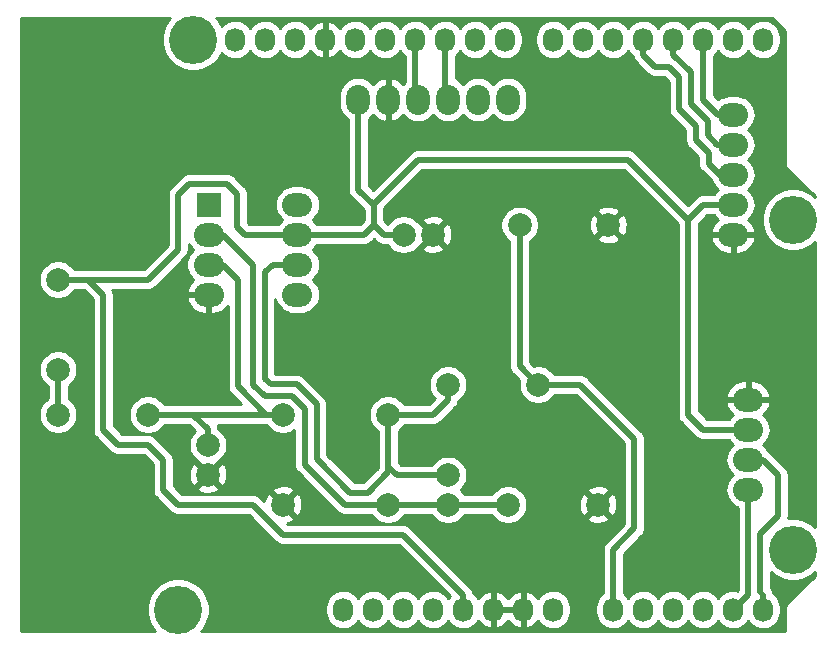
<source format=gbr>
%TF.GenerationSoftware,KiCad,Pcbnew,(5.1.10)-1*%
%TF.CreationDate,2022-03-25T14:17:47+01:00*%
%TF.ProjectId,Kicad_capteur_graphite,4b696361-645f-4636-9170-746575725f67,rev?*%
%TF.SameCoordinates,Original*%
%TF.FileFunction,Copper,L2,Bot*%
%TF.FilePolarity,Positive*%
%FSLAX46Y46*%
G04 Gerber Fmt 4.6, Leading zero omitted, Abs format (unit mm)*
G04 Created by KiCad (PCBNEW (5.1.10)-1) date 2022-03-25 14:17:47*
%MOMM*%
%LPD*%
G01*
G04 APERTURE LIST*
%TA.AperFunction,ComponentPad*%
%ADD10C,2.000000*%
%TD*%
%TA.AperFunction,ComponentPad*%
%ADD11O,2.540000X2.000000*%
%TD*%
%TA.AperFunction,ComponentPad*%
%ADD12R,2.000000X2.000000*%
%TD*%
%TA.AperFunction,ComponentPad*%
%ADD13O,2.000000X2.540000*%
%TD*%
%TA.AperFunction,ComponentPad*%
%ADD14O,1.727200X2.032000*%
%TD*%
%TA.AperFunction,ComponentPad*%
%ADD15C,4.064000*%
%TD*%
%TA.AperFunction,Conductor*%
%ADD16C,0.500000*%
%TD*%
%TA.AperFunction,Conductor*%
%ADD17C,0.254000*%
%TD*%
%TA.AperFunction,Conductor*%
%ADD18C,0.100000*%
%TD*%
G04 APERTURE END LIST*
D10*
%TO.P,C4,2*%
%TO.N,ADC*%
X153898000Y-91265000D03*
%TO.P,C4,1*%
%TO.N,GND*%
X161398000Y-91265000D03*
%TD*%
%TO.P,C3,2*%
%TO.N,Net-(C3-Pad2)*%
X147828000Y-112435000D03*
%TO.P,C3,1*%
%TO.N,IN-*%
X147828000Y-114935000D03*
%TD*%
%TO.P,C2,2*%
%TO.N,+5V*%
X144058000Y-92075000D03*
%TO.P,C2,1*%
%TO.N,GND*%
X146558000Y-92075000D03*
%TD*%
%TO.P,C1,2*%
%TO.N,IN+*%
X127508000Y-109895000D03*
%TO.P,C1,1*%
%TO.N,GND*%
X127508000Y-112395000D03*
%TD*%
D11*
%TO.P,U4,5*%
%TO.N,GND*%
X171958000Y-92075000D03*
%TO.P,U4,4*%
%TO.N,+5V*%
X171958000Y-89535000D03*
%TO.P,U4,3*%
%TO.N,SWITCH*%
X171958000Y-86995000D03*
%TO.P,U4,2*%
%TO.N,DATA*%
X171958000Y-84455000D03*
%TO.P,U4,1*%
%TO.N,CLK*%
X171958000Y-81915000D03*
%TD*%
%TO.P,U3,4*%
%TO.N,GND*%
X127558000Y-97155000D03*
%TO.P,U3,5*%
%TO.N,Net-(U3-Pad5)*%
X135078000Y-97155000D03*
%TO.P,U3,3*%
%TO.N,IN+*%
X127558000Y-94615000D03*
%TO.P,U3,6*%
%TO.N,Net-(C3-Pad2)*%
X135078000Y-94615000D03*
%TO.P,U3,2*%
%TO.N,IN-*%
X127558000Y-92075000D03*
%TO.P,U3,7*%
%TO.N,+5V*%
X135078000Y-92075000D03*
D12*
%TO.P,U3,1*%
%TO.N,Net-(U3-Pad1)*%
X127558000Y-89535000D03*
D11*
%TO.P,U3,8*%
%TO.N,Net-(U3-Pad8)*%
X135078000Y-89535000D03*
%TD*%
D13*
%TO.P,U2,6*%
%TO.N,N/C*%
X152908000Y-80645000D03*
%TO.P,U2,5*%
X150368000Y-80645000D03*
%TO.P,U2,4*%
%TO.N,TX*%
X147828000Y-80645000D03*
%TO.P,U2,3*%
%TO.N,RX*%
X145288000Y-80645000D03*
%TO.P,U2,2*%
%TO.N,GND*%
X142748000Y-80645000D03*
%TO.P,U2,1*%
%TO.N,+5V*%
X140208000Y-80645000D03*
%TD*%
D11*
%TO.P,U1,4*%
%TO.N,SDA*%
X173228000Y-113665000D03*
%TO.P,U1,3*%
%TO.N,SCK*%
X173228000Y-111125000D03*
%TO.P,U1,2*%
%TO.N,+5V*%
X173228000Y-108585000D03*
%TO.P,U1,1*%
%TO.N,GND*%
X173228000Y-106045000D03*
%TD*%
D10*
%TO.P,R6,2*%
%TO.N,IN-*%
X152908000Y-114935000D03*
%TO.P,R6,1*%
%TO.N,GND*%
X160528000Y-114935000D03*
%TD*%
%TO.P,R5,2*%
%TO.N,Net-(C3-Pad2)*%
X147828000Y-104775000D03*
%TO.P,R5,1*%
%TO.N,ADC*%
X155448000Y-104775000D03*
%TD*%
%TO.P,R4,2*%
%TO.N,IN-*%
X142748000Y-114935000D03*
%TO.P,R4,1*%
%TO.N,Net-(C3-Pad2)*%
X142748000Y-107315000D03*
%TD*%
%TO.P,R3,2*%
%TO.N,GND*%
X133858000Y-114935000D03*
%TO.P,R3,1*%
%TO.N,IN+*%
X133858000Y-107315000D03*
%TD*%
%TO.P,R2,2*%
%TO.N,Net-(R1-Pad2)*%
X114808000Y-107315000D03*
%TO.P,R2,1*%
%TO.N,IN+*%
X122428000Y-107315000D03*
%TD*%
%TO.P,R1,2*%
%TO.N,Net-(R1-Pad2)*%
X114808000Y-103505000D03*
%TO.P,R1,1*%
%TO.N,+5V*%
X114808000Y-95885000D03*
%TD*%
D14*
%TO.P,P1,1*%
%TO.N,Net-(P1-Pad1)*%
X138938000Y-123825000D03*
%TO.P,P1,2*%
%TO.N,/IOREF*%
X141478000Y-123825000D03*
%TO.P,P1,3*%
%TO.N,/Reset*%
X144018000Y-123825000D03*
%TO.P,P1,4*%
%TO.N,+3V3*%
X146558000Y-123825000D03*
%TO.P,P1,5*%
%TO.N,+5V*%
X149098000Y-123825000D03*
%TO.P,P1,6*%
%TO.N,GND*%
X151638000Y-123825000D03*
%TO.P,P1,7*%
X154178000Y-123825000D03*
%TO.P,P1,8*%
%TO.N,/Vin*%
X156718000Y-123825000D03*
%TD*%
%TO.P,P2,1*%
%TO.N,ADC*%
X161798000Y-123825000D03*
%TO.P,P2,2*%
%TO.N,/A1*%
X164338000Y-123825000D03*
%TO.P,P2,3*%
%TO.N,/A2*%
X166878000Y-123825000D03*
%TO.P,P2,4*%
%TO.N,/A3*%
X169418000Y-123825000D03*
%TO.P,P2,5*%
%TO.N,SDA*%
X171958000Y-123825000D03*
%TO.P,P2,6*%
%TO.N,SCK*%
X174498000Y-123825000D03*
%TD*%
%TO.P,P3,1*%
%TO.N,/A5_SCL*%
X129794000Y-75565000D03*
%TO.P,P3,2*%
%TO.N,/A4_SDA*%
X132334000Y-75565000D03*
%TO.P,P3,3*%
%TO.N,/AREF*%
X134874000Y-75565000D03*
%TO.P,P3,4*%
%TO.N,GND*%
X137414000Y-75565000D03*
%TO.P,P3,5*%
%TO.N,/13(SCK)*%
X139954000Y-75565000D03*
%TO.P,P3,6*%
%TO.N,/12(MISO)*%
X142494000Y-75565000D03*
%TO.P,P3,7*%
%TO.N,RX*%
X145034000Y-75565000D03*
%TO.P,P3,8*%
%TO.N,TX*%
X147574000Y-75565000D03*
%TO.P,P3,9*%
%TO.N,/9(\u002A\u002A)*%
X150114000Y-75565000D03*
%TO.P,P3,10*%
%TO.N,/8*%
X152654000Y-75565000D03*
%TD*%
%TO.P,P4,1*%
%TO.N,/7*%
X156718000Y-75565000D03*
%TO.P,P4,2*%
%TO.N,/6(\u002A\u002A)*%
X159258000Y-75565000D03*
%TO.P,P4,3*%
%TO.N,/5(\u002A\u002A)*%
X161798000Y-75565000D03*
%TO.P,P4,4*%
%TO.N,SWITCH*%
X164338000Y-75565000D03*
%TO.P,P4,5*%
%TO.N,DATA*%
X166878000Y-75565000D03*
%TO.P,P4,6*%
%TO.N,CLK*%
X169418000Y-75565000D03*
%TO.P,P4,7*%
%TO.N,/1(Tx)*%
X171958000Y-75565000D03*
%TO.P,P4,8*%
%TO.N,/0(Rx)*%
X174498000Y-75565000D03*
%TD*%
D15*
%TO.P,P5,1*%
%TO.N,Net-(P5-Pad1)*%
X124968000Y-123825000D03*
%TD*%
%TO.P,P6,1*%
%TO.N,Net-(P6-Pad1)*%
X177038000Y-118745000D03*
%TD*%
%TO.P,P7,1*%
%TO.N,Net-(P7-Pad1)*%
X126238000Y-75565000D03*
%TD*%
%TO.P,P8,1*%
%TO.N,Net-(P8-Pad1)*%
X177038000Y-90805000D03*
%TD*%
D16*
%TO.N,+5V*%
X140208000Y-88265000D02*
X141558000Y-89615000D01*
X168148000Y-90805000D02*
X165608000Y-88265000D01*
X133858000Y-92075000D02*
X135078000Y-92075000D01*
X114808000Y-95885000D02*
X117348000Y-95885000D01*
X163068000Y-85725000D02*
X165608000Y-88265000D01*
X145288000Y-85725000D02*
X163068000Y-85725000D01*
X141558000Y-89455000D02*
X145288000Y-85725000D01*
X141558000Y-89615000D02*
X141558000Y-89455000D01*
X140208000Y-88265000D02*
X140208000Y-80645000D01*
X168148000Y-90805000D02*
X169418000Y-89535000D01*
X169418000Y-89535000D02*
X171958000Y-89535000D01*
X169418000Y-108585000D02*
X170688000Y-108585000D01*
X168148000Y-107315000D02*
X169418000Y-108585000D01*
X168148000Y-90805000D02*
X168148000Y-107315000D01*
X170688000Y-108585000D02*
X173228000Y-108585000D01*
X140708000Y-92075000D02*
X141558000Y-91225000D01*
X140208000Y-92075000D02*
X140708000Y-92075000D01*
X141558000Y-89615000D02*
X141558000Y-91225000D01*
X135078000Y-92075000D02*
X140208000Y-92075000D01*
X141558000Y-91245000D02*
X142388000Y-92075000D01*
X141558000Y-91225000D02*
X141558000Y-91245000D01*
X142388000Y-92075000D02*
X144058000Y-92075000D01*
X130608000Y-92075000D02*
X135078000Y-92075000D01*
X129998000Y-91465000D02*
X130608000Y-92075000D01*
X129998000Y-88624998D02*
X129998000Y-91465000D01*
X129138002Y-87765000D02*
X129998000Y-88624998D01*
X125898000Y-87765000D02*
X129138002Y-87765000D01*
X124968000Y-88695000D02*
X125898000Y-87765000D01*
X124968000Y-93345000D02*
X124968000Y-88695000D01*
X122428000Y-95885000D02*
X124968000Y-93345000D01*
X117348000Y-95885000D02*
X122428000Y-95885000D01*
X149098000Y-122555000D02*
X149098000Y-123825000D01*
X144018000Y-117475000D02*
X149098000Y-122555000D01*
X133858000Y-117475000D02*
X144018000Y-117475000D01*
X123698000Y-113665000D02*
X124968000Y-114935000D01*
X124968000Y-114935000D02*
X131318000Y-114935000D01*
X122428000Y-109855000D02*
X123698000Y-111125000D01*
X123698000Y-111125000D02*
X123698000Y-113665000D01*
X119888000Y-109855000D02*
X122428000Y-109855000D01*
X118618000Y-108585000D02*
X119888000Y-109855000D01*
X131318000Y-114935000D02*
X133858000Y-117475000D01*
X118618000Y-97155000D02*
X118618000Y-108585000D01*
X117348000Y-95885000D02*
X118618000Y-97155000D01*
%TO.N,IN+*%
X133778000Y-107395000D02*
X133858000Y-107315000D01*
X125748000Y-107315000D02*
X126248000Y-107315000D01*
X122428000Y-107315000D02*
X125748000Y-107315000D01*
X125748000Y-107315000D02*
X127428000Y-107315000D01*
X127508000Y-108575000D02*
X127508000Y-109895000D01*
X126248000Y-107315000D02*
X127508000Y-108575000D01*
X128778000Y-94615000D02*
X130048000Y-95885000D01*
X127558000Y-94615000D02*
X128778000Y-94615000D01*
X127428000Y-107315000D02*
X129348000Y-107315000D01*
X132433774Y-107315000D02*
X132648000Y-107315000D01*
X130048000Y-95885000D02*
X130048000Y-104929226D01*
X130048000Y-104929226D02*
X132433774Y-107315000D01*
X132648000Y-107315000D02*
X133858000Y-107315000D01*
X129348000Y-107315000D02*
X132648000Y-107315000D01*
%TO.N,Net-(C3-Pad2)*%
X142748000Y-107315000D02*
X145288000Y-107315000D01*
X146558000Y-107315000D02*
X145288000Y-107315000D01*
X146558000Y-107315000D02*
X147828000Y-106045000D01*
X147828000Y-106045000D02*
X147828000Y-104775000D01*
X142748000Y-111715000D02*
X142748000Y-107315000D01*
X143468000Y-112435000D02*
X142748000Y-111715000D01*
X147828000Y-112435000D02*
X143468000Y-112435000D01*
X132968010Y-94615000D02*
X135078000Y-94615000D01*
X135012217Y-104764990D02*
X132797990Y-104764990D01*
X132318010Y-95265000D02*
X132968010Y-94615000D01*
X132797990Y-104764990D02*
X132318010Y-104285010D01*
X136698010Y-111065010D02*
X136698010Y-106450783D01*
X132318010Y-104285010D02*
X132318010Y-95265000D01*
X139567990Y-113934990D02*
X136698010Y-111065010D01*
X136698010Y-106450783D02*
X135012217Y-104764990D01*
X141028010Y-113934990D02*
X139567990Y-113934990D01*
X142748000Y-112215000D02*
X141028010Y-113934990D01*
X142748000Y-111715000D02*
X142748000Y-112215000D01*
%TO.N,IN-*%
X142748000Y-114935000D02*
X147828000Y-114935000D01*
X152908000Y-114935000D02*
X147828000Y-114935000D01*
X131318000Y-94615000D02*
X128778000Y-92075000D01*
X128778000Y-92075000D02*
X127558000Y-92075000D01*
X142748000Y-114935000D02*
X141478000Y-114935000D01*
X131318000Y-94615000D02*
X131318000Y-104785000D01*
X131318000Y-104785000D02*
X132298000Y-105765000D01*
X132298000Y-105765000D02*
X134598000Y-105765000D01*
X134598000Y-105765000D02*
X135698000Y-106865000D01*
X135698000Y-106865000D02*
X135698000Y-111550773D01*
X139082227Y-114935000D02*
X141478000Y-114935000D01*
X135698000Y-111550773D02*
X139082227Y-114935000D01*
%TO.N,ADC*%
X161798000Y-118745000D02*
X161798000Y-123825000D01*
X153898000Y-103225000D02*
X155448000Y-104775000D01*
X153898000Y-91265000D02*
X153898000Y-103225000D01*
X155448000Y-104775000D02*
X159008000Y-104775000D01*
X159008000Y-104775000D02*
X163598000Y-109365000D01*
X163598000Y-116945000D02*
X161798000Y-118745000D01*
X163598000Y-109365000D02*
X163598000Y-116945000D01*
%TO.N,SDA*%
X173228000Y-122555000D02*
X171958000Y-123825000D01*
X173228000Y-113665000D02*
X173228000Y-122555000D01*
%TO.N,SCK*%
X174255999Y-123582999D02*
X174498000Y-123825000D01*
X174498000Y-122555000D02*
X174498000Y-123825000D01*
X173228000Y-111125000D02*
X174498000Y-111125000D01*
X174498000Y-111125000D02*
X175768000Y-112395000D01*
X174255999Y-117409639D02*
X174255999Y-122312999D01*
X175768000Y-115897638D02*
X174255999Y-117409639D01*
X175768000Y-112395000D02*
X175768000Y-115897638D01*
%TO.N,RX*%
X145034000Y-80391000D02*
X145288000Y-80645000D01*
X145034000Y-75565000D02*
X145034000Y-80391000D01*
%TO.N,TX*%
X147574000Y-80391000D02*
X147828000Y-80645000D01*
X147574000Y-75565000D02*
X147574000Y-80391000D01*
%TO.N,CLK*%
X171958000Y-81915000D02*
X170688000Y-81915000D01*
X169418000Y-80645000D02*
X169418000Y-75565000D01*
X170688000Y-81915000D02*
X169418000Y-80645000D01*
%TO.N,DATA*%
X171958000Y-84455000D02*
X171688000Y-84455000D01*
X166878000Y-76835000D02*
X166878000Y-75565000D01*
X168398000Y-78355000D02*
X166878000Y-76835000D01*
X168398000Y-81039227D02*
X168398000Y-78355000D01*
X169798000Y-82439227D02*
X168398000Y-81039227D01*
X170588000Y-84455000D02*
X169798000Y-83665000D01*
X169798000Y-83665000D02*
X169798000Y-82439227D01*
X171958000Y-84455000D02*
X170588000Y-84455000D01*
%TO.N,SWITCH*%
X164338000Y-76835000D02*
X164338000Y-75565000D01*
X165368000Y-77865000D02*
X164338000Y-76835000D01*
X166493774Y-77865000D02*
X165368000Y-77865000D01*
X168798000Y-82853453D02*
X167397990Y-81453444D01*
X168798000Y-84079227D02*
X168798000Y-82853453D01*
X169898000Y-85179227D02*
X168798000Y-84079227D01*
X167397990Y-78769216D02*
X166493774Y-77865000D01*
X169898000Y-86065000D02*
X169898000Y-85179227D01*
X167397990Y-81453444D02*
X167397990Y-78769216D01*
X170828000Y-86995000D02*
X169898000Y-86065000D01*
X171958000Y-86995000D02*
X170828000Y-86995000D01*
%TO.N,Net-(R1-Pad2)*%
X114808000Y-103505000D02*
X114808000Y-107315000D01*
%TD*%
D17*
%TO.N,GND*%
X124166406Y-73864887D02*
X123874536Y-74301702D01*
X123673492Y-74787065D01*
X123571000Y-75302323D01*
X123571000Y-75827677D01*
X123673492Y-76342935D01*
X123874536Y-76828298D01*
X124166406Y-77265113D01*
X124537887Y-77636594D01*
X124974702Y-77928464D01*
X125460065Y-78129508D01*
X125975323Y-78232000D01*
X126500677Y-78232000D01*
X127015935Y-78129508D01*
X127501298Y-77928464D01*
X127938113Y-77636594D01*
X128309594Y-77265113D01*
X128601464Y-76828298D01*
X128657001Y-76694219D01*
X128729203Y-76782197D01*
X128957395Y-76969469D01*
X129217737Y-77108625D01*
X129500224Y-77194316D01*
X129794000Y-77223251D01*
X130087777Y-77194316D01*
X130370264Y-77108625D01*
X130630606Y-76969469D01*
X130858797Y-76782197D01*
X131046069Y-76554006D01*
X131064000Y-76520459D01*
X131081931Y-76554006D01*
X131269203Y-76782197D01*
X131497395Y-76969469D01*
X131757737Y-77108625D01*
X132040224Y-77194316D01*
X132334000Y-77223251D01*
X132627777Y-77194316D01*
X132910264Y-77108625D01*
X133170606Y-76969469D01*
X133398797Y-76782197D01*
X133586069Y-76554006D01*
X133604000Y-76520459D01*
X133621931Y-76554006D01*
X133809203Y-76782197D01*
X134037395Y-76969469D01*
X134297737Y-77108625D01*
X134580224Y-77194316D01*
X134874000Y-77223251D01*
X135167777Y-77194316D01*
X135450264Y-77108625D01*
X135710606Y-76969469D01*
X135938797Y-76782197D01*
X136126069Y-76554006D01*
X136147424Y-76514053D01*
X136295514Y-76716729D01*
X136511965Y-76915733D01*
X136763081Y-77068686D01*
X137039211Y-77169709D01*
X137054974Y-77172358D01*
X137287000Y-77051217D01*
X137287000Y-75692000D01*
X137267000Y-75692000D01*
X137267000Y-75438000D01*
X137287000Y-75438000D01*
X137287000Y-74078783D01*
X137541000Y-74078783D01*
X137541000Y-75438000D01*
X137561000Y-75438000D01*
X137561000Y-75692000D01*
X137541000Y-75692000D01*
X137541000Y-77051217D01*
X137773026Y-77172358D01*
X137788789Y-77169709D01*
X138064919Y-77068686D01*
X138316035Y-76915733D01*
X138532486Y-76716729D01*
X138680576Y-76514053D01*
X138701931Y-76554006D01*
X138889203Y-76782197D01*
X139117395Y-76969469D01*
X139377737Y-77108625D01*
X139660224Y-77194316D01*
X139954000Y-77223251D01*
X140247777Y-77194316D01*
X140530264Y-77108625D01*
X140790606Y-76969469D01*
X141018797Y-76782197D01*
X141206069Y-76554006D01*
X141224000Y-76520459D01*
X141241931Y-76554006D01*
X141429203Y-76782197D01*
X141657395Y-76969469D01*
X141917737Y-77108625D01*
X142200224Y-77194316D01*
X142494000Y-77223251D01*
X142787777Y-77194316D01*
X143070264Y-77108625D01*
X143330606Y-76969469D01*
X143558797Y-76782197D01*
X143746069Y-76554006D01*
X143764000Y-76520459D01*
X143781931Y-76554006D01*
X143969203Y-76782197D01*
X144149000Y-76929753D01*
X144149001Y-79194645D01*
X144126286Y-79213286D01*
X144019716Y-79343143D01*
X143814317Y-79129078D01*
X143550761Y-78944990D01*
X143256355Y-78815856D01*
X143128434Y-78784876D01*
X142875000Y-78904223D01*
X142875000Y-80518000D01*
X142895000Y-80518000D01*
X142895000Y-80772000D01*
X142875000Y-80772000D01*
X142875000Y-82385777D01*
X143128434Y-82505124D01*
X143256355Y-82474144D01*
X143550761Y-82345010D01*
X143814317Y-82160922D01*
X144019716Y-81946858D01*
X144126286Y-82076714D01*
X144375249Y-82281031D01*
X144659286Y-82432852D01*
X144967485Y-82526343D01*
X145288000Y-82557911D01*
X145608516Y-82526343D01*
X145916715Y-82432852D01*
X146200752Y-82281031D01*
X146449714Y-82076714D01*
X146558000Y-81944767D01*
X146666286Y-82076714D01*
X146915249Y-82281031D01*
X147199286Y-82432852D01*
X147507485Y-82526343D01*
X147828000Y-82557911D01*
X148148516Y-82526343D01*
X148456715Y-82432852D01*
X148740752Y-82281031D01*
X148989714Y-82076714D01*
X149098000Y-81944767D01*
X149206286Y-82076714D01*
X149455249Y-82281031D01*
X149739286Y-82432852D01*
X150047485Y-82526343D01*
X150368000Y-82557911D01*
X150688516Y-82526343D01*
X150996715Y-82432852D01*
X151280752Y-82281031D01*
X151529714Y-82076714D01*
X151638000Y-81944767D01*
X151746286Y-82076714D01*
X151995249Y-82281031D01*
X152279286Y-82432852D01*
X152587485Y-82526343D01*
X152908000Y-82557911D01*
X153228516Y-82526343D01*
X153536715Y-82432852D01*
X153820752Y-82281031D01*
X154069714Y-82076714D01*
X154274031Y-81827752D01*
X154425852Y-81543715D01*
X154519343Y-81235515D01*
X154543000Y-80995321D01*
X154543000Y-80294678D01*
X154519343Y-80054484D01*
X154425852Y-79746285D01*
X154274031Y-79462248D01*
X154069714Y-79213286D01*
X153820751Y-79008969D01*
X153536714Y-78857148D01*
X153228515Y-78763657D01*
X152908000Y-78732089D01*
X152587484Y-78763657D01*
X152279285Y-78857148D01*
X151995248Y-79008969D01*
X151746286Y-79213286D01*
X151638000Y-79345234D01*
X151529714Y-79213286D01*
X151280751Y-79008969D01*
X150996714Y-78857148D01*
X150688515Y-78763657D01*
X150368000Y-78732089D01*
X150047484Y-78763657D01*
X149739285Y-78857148D01*
X149455248Y-79008969D01*
X149206286Y-79213286D01*
X149098000Y-79345234D01*
X148989714Y-79213286D01*
X148740751Y-79008969D01*
X148459000Y-78858370D01*
X148459000Y-76929753D01*
X148638797Y-76782197D01*
X148826069Y-76554006D01*
X148844000Y-76520459D01*
X148861931Y-76554006D01*
X149049203Y-76782197D01*
X149277395Y-76969469D01*
X149537737Y-77108625D01*
X149820224Y-77194316D01*
X150114000Y-77223251D01*
X150407777Y-77194316D01*
X150690264Y-77108625D01*
X150950606Y-76969469D01*
X151178797Y-76782197D01*
X151366069Y-76554006D01*
X151384000Y-76520459D01*
X151401931Y-76554006D01*
X151589203Y-76782197D01*
X151817395Y-76969469D01*
X152077737Y-77108625D01*
X152360224Y-77194316D01*
X152654000Y-77223251D01*
X152947777Y-77194316D01*
X153230264Y-77108625D01*
X153490606Y-76969469D01*
X153718797Y-76782197D01*
X153906069Y-76554006D01*
X154045225Y-76293663D01*
X154130916Y-76011176D01*
X154152600Y-75791018D01*
X154152600Y-75338981D01*
X154130916Y-75118823D01*
X154045225Y-74836336D01*
X153906069Y-74575994D01*
X153718797Y-74347803D01*
X153490605Y-74160531D01*
X153230263Y-74021375D01*
X152947776Y-73935684D01*
X152654000Y-73906749D01*
X152360223Y-73935684D01*
X152077736Y-74021375D01*
X151817394Y-74160531D01*
X151589203Y-74347803D01*
X151401931Y-74575995D01*
X151384000Y-74609541D01*
X151366069Y-74575994D01*
X151178797Y-74347803D01*
X150950605Y-74160531D01*
X150690263Y-74021375D01*
X150407776Y-73935684D01*
X150114000Y-73906749D01*
X149820223Y-73935684D01*
X149537736Y-74021375D01*
X149277394Y-74160531D01*
X149049203Y-74347803D01*
X148861931Y-74575995D01*
X148844000Y-74609541D01*
X148826069Y-74575994D01*
X148638797Y-74347803D01*
X148410605Y-74160531D01*
X148150263Y-74021375D01*
X147867776Y-73935684D01*
X147574000Y-73906749D01*
X147280223Y-73935684D01*
X146997736Y-74021375D01*
X146737394Y-74160531D01*
X146509203Y-74347803D01*
X146321931Y-74575995D01*
X146304000Y-74609541D01*
X146286069Y-74575994D01*
X146098797Y-74347803D01*
X145870605Y-74160531D01*
X145610263Y-74021375D01*
X145327776Y-73935684D01*
X145034000Y-73906749D01*
X144740223Y-73935684D01*
X144457736Y-74021375D01*
X144197394Y-74160531D01*
X143969203Y-74347803D01*
X143781931Y-74575995D01*
X143764000Y-74609541D01*
X143746069Y-74575994D01*
X143558797Y-74347803D01*
X143330605Y-74160531D01*
X143070263Y-74021375D01*
X142787776Y-73935684D01*
X142494000Y-73906749D01*
X142200223Y-73935684D01*
X141917736Y-74021375D01*
X141657394Y-74160531D01*
X141429203Y-74347803D01*
X141241931Y-74575995D01*
X141224000Y-74609541D01*
X141206069Y-74575994D01*
X141018797Y-74347803D01*
X140790605Y-74160531D01*
X140530263Y-74021375D01*
X140247776Y-73935684D01*
X139954000Y-73906749D01*
X139660223Y-73935684D01*
X139377736Y-74021375D01*
X139117394Y-74160531D01*
X138889203Y-74347803D01*
X138701931Y-74575995D01*
X138680576Y-74615947D01*
X138532486Y-74413271D01*
X138316035Y-74214267D01*
X138064919Y-74061314D01*
X137788789Y-73960291D01*
X137773026Y-73957642D01*
X137541000Y-74078783D01*
X137287000Y-74078783D01*
X137054974Y-73957642D01*
X137039211Y-73960291D01*
X136763081Y-74061314D01*
X136511965Y-74214267D01*
X136295514Y-74413271D01*
X136147424Y-74615947D01*
X136126069Y-74575994D01*
X135938797Y-74347803D01*
X135710605Y-74160531D01*
X135450263Y-74021375D01*
X135167776Y-73935684D01*
X134874000Y-73906749D01*
X134580223Y-73935684D01*
X134297736Y-74021375D01*
X134037394Y-74160531D01*
X133809203Y-74347803D01*
X133621931Y-74575995D01*
X133604000Y-74609541D01*
X133586069Y-74575994D01*
X133398797Y-74347803D01*
X133170605Y-74160531D01*
X132910263Y-74021375D01*
X132627776Y-73935684D01*
X132334000Y-73906749D01*
X132040223Y-73935684D01*
X131757736Y-74021375D01*
X131497394Y-74160531D01*
X131269203Y-74347803D01*
X131081931Y-74575995D01*
X131064000Y-74609541D01*
X131046069Y-74575994D01*
X130858797Y-74347803D01*
X130630605Y-74160531D01*
X130370263Y-74021375D01*
X130087776Y-73935684D01*
X129794000Y-73906749D01*
X129500223Y-73935684D01*
X129217736Y-74021375D01*
X128957394Y-74160531D01*
X128729203Y-74347803D01*
X128657001Y-74435781D01*
X128601464Y-74301702D01*
X128309594Y-73864887D01*
X128179707Y-73735000D01*
X175219909Y-73735000D01*
X176328001Y-74843093D01*
X176328000Y-85944125D01*
X176324565Y-85979000D01*
X176328000Y-86013875D01*
X176328000Y-86013876D01*
X176338273Y-86118183D01*
X176378872Y-86252019D01*
X176444800Y-86375362D01*
X176533525Y-86483474D01*
X176560617Y-86505708D01*
X178868001Y-88813093D01*
X178868001Y-88863294D01*
X178738113Y-88733406D01*
X178301298Y-88441536D01*
X177815935Y-88240492D01*
X177300677Y-88138000D01*
X176775323Y-88138000D01*
X176260065Y-88240492D01*
X175774702Y-88441536D01*
X175337887Y-88733406D01*
X174966406Y-89104887D01*
X174674536Y-89541702D01*
X174473492Y-90027065D01*
X174371000Y-90542323D01*
X174371000Y-91067677D01*
X174473492Y-91582935D01*
X174674536Y-92068298D01*
X174966406Y-92505113D01*
X175337887Y-92876594D01*
X175774702Y-93168464D01*
X176260065Y-93369508D01*
X176775323Y-93472000D01*
X177300677Y-93472000D01*
X177815935Y-93369508D01*
X178301298Y-93168464D01*
X178738113Y-92876594D01*
X178868001Y-92746706D01*
X178868000Y-116803293D01*
X178738113Y-116673406D01*
X178301298Y-116381536D01*
X177815935Y-116180492D01*
X177300677Y-116078000D01*
X176775323Y-116078000D01*
X176629299Y-116107046D01*
X176640195Y-116071128D01*
X176653000Y-115941115D01*
X176653000Y-115941105D01*
X176657281Y-115897639D01*
X176653000Y-115854173D01*
X176653000Y-112438465D01*
X176657281Y-112394999D01*
X176653000Y-112351533D01*
X176653000Y-112351523D01*
X176640195Y-112221510D01*
X176589589Y-112054687D01*
X176507411Y-111900941D01*
X176444735Y-111824571D01*
X176424532Y-111799953D01*
X176424530Y-111799951D01*
X176396817Y-111766183D01*
X176363050Y-111738471D01*
X175154534Y-110529956D01*
X175126817Y-110496183D01*
X174992059Y-110385589D01*
X174942535Y-110359118D01*
X174864031Y-110212248D01*
X174659714Y-109963286D01*
X174527767Y-109855000D01*
X174659714Y-109746714D01*
X174864031Y-109497752D01*
X175015852Y-109213715D01*
X175109343Y-108905516D01*
X175140911Y-108585000D01*
X175109343Y-108264484D01*
X175015852Y-107956285D01*
X174864031Y-107672248D01*
X174659714Y-107423286D01*
X174529858Y-107316716D01*
X174743922Y-107111317D01*
X174928010Y-106847761D01*
X175057144Y-106553355D01*
X175088124Y-106425434D01*
X174968777Y-106172000D01*
X173355000Y-106172000D01*
X173355000Y-106192000D01*
X173101000Y-106192000D01*
X173101000Y-106172000D01*
X171487223Y-106172000D01*
X171367876Y-106425434D01*
X171398856Y-106553355D01*
X171527990Y-106847761D01*
X171712078Y-107111317D01*
X171926142Y-107316716D01*
X171796286Y-107423286D01*
X171591969Y-107672248D01*
X171577135Y-107700000D01*
X169784579Y-107700000D01*
X169033000Y-106948422D01*
X169033000Y-105664566D01*
X171367876Y-105664566D01*
X171487223Y-105918000D01*
X173101000Y-105918000D01*
X173101000Y-104410000D01*
X173355000Y-104410000D01*
X173355000Y-105918000D01*
X174968777Y-105918000D01*
X175088124Y-105664566D01*
X175057144Y-105536645D01*
X174928010Y-105242239D01*
X174743922Y-104978683D01*
X174511954Y-104756105D01*
X174241020Y-104583058D01*
X173941532Y-104466193D01*
X173625000Y-104410000D01*
X173355000Y-104410000D01*
X173101000Y-104410000D01*
X172831000Y-104410000D01*
X172514468Y-104466193D01*
X172214980Y-104583058D01*
X171944046Y-104756105D01*
X171712078Y-104978683D01*
X171527990Y-105242239D01*
X171398856Y-105536645D01*
X171367876Y-105664566D01*
X169033000Y-105664566D01*
X169033000Y-92455434D01*
X170097876Y-92455434D01*
X170128856Y-92583355D01*
X170257990Y-92877761D01*
X170442078Y-93141317D01*
X170674046Y-93363895D01*
X170944980Y-93536942D01*
X171244468Y-93653807D01*
X171561000Y-93710000D01*
X171831000Y-93710000D01*
X171831000Y-92202000D01*
X172085000Y-92202000D01*
X172085000Y-93710000D01*
X172355000Y-93710000D01*
X172671532Y-93653807D01*
X172971020Y-93536942D01*
X173241954Y-93363895D01*
X173473922Y-93141317D01*
X173658010Y-92877761D01*
X173787144Y-92583355D01*
X173818124Y-92455434D01*
X173698777Y-92202000D01*
X172085000Y-92202000D01*
X171831000Y-92202000D01*
X170217223Y-92202000D01*
X170097876Y-92455434D01*
X169033000Y-92455434D01*
X169033000Y-91171578D01*
X169784579Y-90420000D01*
X170307135Y-90420000D01*
X170321969Y-90447752D01*
X170526286Y-90696714D01*
X170656142Y-90803284D01*
X170442078Y-91008683D01*
X170257990Y-91272239D01*
X170128856Y-91566645D01*
X170097876Y-91694566D01*
X170217223Y-91948000D01*
X171831000Y-91948000D01*
X171831000Y-91928000D01*
X172085000Y-91928000D01*
X172085000Y-91948000D01*
X173698777Y-91948000D01*
X173818124Y-91694566D01*
X173787144Y-91566645D01*
X173658010Y-91272239D01*
X173473922Y-91008683D01*
X173259858Y-90803284D01*
X173389714Y-90696714D01*
X173594031Y-90447752D01*
X173745852Y-90163715D01*
X173839343Y-89855516D01*
X173870911Y-89535000D01*
X173839343Y-89214484D01*
X173745852Y-88906285D01*
X173594031Y-88622248D01*
X173389714Y-88373286D01*
X173257767Y-88265000D01*
X173389714Y-88156714D01*
X173594031Y-87907752D01*
X173745852Y-87623715D01*
X173839343Y-87315516D01*
X173870911Y-86995000D01*
X173839343Y-86674484D01*
X173745852Y-86366285D01*
X173594031Y-86082248D01*
X173389714Y-85833286D01*
X173257767Y-85725000D01*
X173389714Y-85616714D01*
X173594031Y-85367752D01*
X173745852Y-85083715D01*
X173839343Y-84775516D01*
X173870911Y-84455000D01*
X173839343Y-84134484D01*
X173745852Y-83826285D01*
X173594031Y-83542248D01*
X173389714Y-83293286D01*
X173257767Y-83185000D01*
X173389714Y-83076714D01*
X173594031Y-82827752D01*
X173745852Y-82543715D01*
X173839343Y-82235516D01*
X173870911Y-81915000D01*
X173839343Y-81594484D01*
X173745852Y-81286285D01*
X173594031Y-81002248D01*
X173389714Y-80753286D01*
X173140752Y-80548969D01*
X172856715Y-80397148D01*
X172548516Y-80303657D01*
X172308322Y-80280000D01*
X171607678Y-80280000D01*
X171367484Y-80303657D01*
X171059285Y-80397148D01*
X170775248Y-80548969D01*
X170664465Y-80639886D01*
X170303000Y-80278422D01*
X170303000Y-76929753D01*
X170482797Y-76782197D01*
X170670069Y-76554006D01*
X170688000Y-76520459D01*
X170705931Y-76554006D01*
X170893203Y-76782197D01*
X171121395Y-76969469D01*
X171381737Y-77108625D01*
X171664224Y-77194316D01*
X171958000Y-77223251D01*
X172251777Y-77194316D01*
X172534264Y-77108625D01*
X172794606Y-76969469D01*
X173022797Y-76782197D01*
X173210069Y-76554006D01*
X173228000Y-76520459D01*
X173245931Y-76554006D01*
X173433203Y-76782197D01*
X173661395Y-76969469D01*
X173921737Y-77108625D01*
X174204224Y-77194316D01*
X174498000Y-77223251D01*
X174791777Y-77194316D01*
X175074264Y-77108625D01*
X175334606Y-76969469D01*
X175562797Y-76782197D01*
X175750069Y-76554006D01*
X175889225Y-76293663D01*
X175974916Y-76011176D01*
X175996600Y-75791018D01*
X175996600Y-75338981D01*
X175974916Y-75118823D01*
X175889225Y-74836336D01*
X175750069Y-74575994D01*
X175562797Y-74347803D01*
X175334605Y-74160531D01*
X175074263Y-74021375D01*
X174791776Y-73935684D01*
X174498000Y-73906749D01*
X174204223Y-73935684D01*
X173921736Y-74021375D01*
X173661394Y-74160531D01*
X173433203Y-74347803D01*
X173245931Y-74575995D01*
X173228000Y-74609541D01*
X173210069Y-74575994D01*
X173022797Y-74347803D01*
X172794605Y-74160531D01*
X172534263Y-74021375D01*
X172251776Y-73935684D01*
X171958000Y-73906749D01*
X171664223Y-73935684D01*
X171381736Y-74021375D01*
X171121394Y-74160531D01*
X170893203Y-74347803D01*
X170705931Y-74575995D01*
X170688000Y-74609541D01*
X170670069Y-74575994D01*
X170482797Y-74347803D01*
X170254605Y-74160531D01*
X169994263Y-74021375D01*
X169711776Y-73935684D01*
X169418000Y-73906749D01*
X169124223Y-73935684D01*
X168841736Y-74021375D01*
X168581394Y-74160531D01*
X168353203Y-74347803D01*
X168165931Y-74575995D01*
X168148000Y-74609541D01*
X168130069Y-74575994D01*
X167942797Y-74347803D01*
X167714605Y-74160531D01*
X167454263Y-74021375D01*
X167171776Y-73935684D01*
X166878000Y-73906749D01*
X166584223Y-73935684D01*
X166301736Y-74021375D01*
X166041394Y-74160531D01*
X165813203Y-74347803D01*
X165625931Y-74575995D01*
X165608000Y-74609541D01*
X165590069Y-74575994D01*
X165402797Y-74347803D01*
X165174605Y-74160531D01*
X164914263Y-74021375D01*
X164631776Y-73935684D01*
X164338000Y-73906749D01*
X164044223Y-73935684D01*
X163761736Y-74021375D01*
X163501394Y-74160531D01*
X163273203Y-74347803D01*
X163085931Y-74575995D01*
X163068000Y-74609541D01*
X163050069Y-74575994D01*
X162862797Y-74347803D01*
X162634605Y-74160531D01*
X162374263Y-74021375D01*
X162091776Y-73935684D01*
X161798000Y-73906749D01*
X161504223Y-73935684D01*
X161221736Y-74021375D01*
X160961394Y-74160531D01*
X160733203Y-74347803D01*
X160545931Y-74575995D01*
X160528000Y-74609541D01*
X160510069Y-74575994D01*
X160322797Y-74347803D01*
X160094605Y-74160531D01*
X159834263Y-74021375D01*
X159551776Y-73935684D01*
X159258000Y-73906749D01*
X158964223Y-73935684D01*
X158681736Y-74021375D01*
X158421394Y-74160531D01*
X158193203Y-74347803D01*
X158005931Y-74575995D01*
X157988000Y-74609541D01*
X157970069Y-74575994D01*
X157782797Y-74347803D01*
X157554605Y-74160531D01*
X157294263Y-74021375D01*
X157011776Y-73935684D01*
X156718000Y-73906749D01*
X156424223Y-73935684D01*
X156141736Y-74021375D01*
X155881394Y-74160531D01*
X155653203Y-74347803D01*
X155465931Y-74575995D01*
X155326775Y-74836337D01*
X155241084Y-75118824D01*
X155219400Y-75338982D01*
X155219400Y-75791019D01*
X155241084Y-76011177D01*
X155326775Y-76293664D01*
X155465931Y-76554006D01*
X155653203Y-76782197D01*
X155881395Y-76969469D01*
X156141737Y-77108625D01*
X156424224Y-77194316D01*
X156718000Y-77223251D01*
X157011777Y-77194316D01*
X157294264Y-77108625D01*
X157554606Y-76969469D01*
X157782797Y-76782197D01*
X157970069Y-76554006D01*
X157988000Y-76520459D01*
X158005931Y-76554006D01*
X158193203Y-76782197D01*
X158421395Y-76969469D01*
X158681737Y-77108625D01*
X158964224Y-77194316D01*
X159258000Y-77223251D01*
X159551777Y-77194316D01*
X159834264Y-77108625D01*
X160094606Y-76969469D01*
X160322797Y-76782197D01*
X160510069Y-76554006D01*
X160528000Y-76520459D01*
X160545931Y-76554006D01*
X160733203Y-76782197D01*
X160961395Y-76969469D01*
X161221737Y-77108625D01*
X161504224Y-77194316D01*
X161798000Y-77223251D01*
X162091777Y-77194316D01*
X162374264Y-77108625D01*
X162634606Y-76969469D01*
X162862797Y-76782197D01*
X163050069Y-76554006D01*
X163068000Y-76520459D01*
X163085931Y-76554006D01*
X163273203Y-76782197D01*
X163458494Y-76934261D01*
X163465805Y-77008489D01*
X163516411Y-77175312D01*
X163598589Y-77329058D01*
X163709183Y-77463817D01*
X163742956Y-77491534D01*
X164711470Y-78460049D01*
X164739183Y-78493817D01*
X164772951Y-78521530D01*
X164772953Y-78521532D01*
X164844452Y-78580210D01*
X164873941Y-78604411D01*
X165027687Y-78686589D01*
X165143903Y-78721843D01*
X165194509Y-78737195D01*
X165209306Y-78738652D01*
X165324523Y-78750000D01*
X165324531Y-78750000D01*
X165368000Y-78754281D01*
X165411469Y-78750000D01*
X166127196Y-78750000D01*
X166512991Y-79135796D01*
X166512990Y-81409975D01*
X166508709Y-81453444D01*
X166512990Y-81496910D01*
X166512990Y-81496920D01*
X166525795Y-81626933D01*
X166576401Y-81793756D01*
X166658579Y-81947502D01*
X166769173Y-82082261D01*
X166802946Y-82109978D01*
X167913001Y-83220033D01*
X167913000Y-84035757D01*
X167908719Y-84079227D01*
X167913000Y-84122696D01*
X167913000Y-84122703D01*
X167916581Y-84159058D01*
X167925805Y-84252717D01*
X167934540Y-84281510D01*
X167976411Y-84419539D01*
X168058589Y-84573285D01*
X168169183Y-84708044D01*
X168202956Y-84735761D01*
X169013000Y-85545806D01*
X169013000Y-86021531D01*
X169008719Y-86065000D01*
X169013000Y-86108469D01*
X169013000Y-86108476D01*
X169023891Y-86219059D01*
X169025805Y-86238490D01*
X169030992Y-86255589D01*
X169076411Y-86405312D01*
X169158589Y-86559058D01*
X169269183Y-86693817D01*
X169302956Y-86721534D01*
X170154913Y-87573492D01*
X170170148Y-87623715D01*
X170321969Y-87907752D01*
X170526286Y-88156714D01*
X170658233Y-88265000D01*
X170526286Y-88373286D01*
X170321969Y-88622248D01*
X170307135Y-88650000D01*
X169461465Y-88650000D01*
X169417999Y-88645719D01*
X169374533Y-88650000D01*
X169374523Y-88650000D01*
X169244510Y-88662805D01*
X169077687Y-88713411D01*
X168923941Y-88795589D01*
X168923939Y-88795590D01*
X168923940Y-88795590D01*
X168822953Y-88878468D01*
X168822951Y-88878470D01*
X168789183Y-88906183D01*
X168761470Y-88939951D01*
X168148000Y-89553421D01*
X166264536Y-87669958D01*
X166264532Y-87669953D01*
X163724534Y-85129956D01*
X163696817Y-85096183D01*
X163562059Y-84985589D01*
X163408313Y-84903411D01*
X163241490Y-84852805D01*
X163111477Y-84840000D01*
X163111469Y-84840000D01*
X163068000Y-84835719D01*
X163024531Y-84840000D01*
X145331469Y-84840000D01*
X145288000Y-84835719D01*
X145244531Y-84840000D01*
X145244523Y-84840000D01*
X145114510Y-84852805D01*
X144947686Y-84903411D01*
X144793941Y-84985589D01*
X144692953Y-85068468D01*
X144692951Y-85068470D01*
X144659183Y-85096183D01*
X144631470Y-85129951D01*
X141478000Y-88283422D01*
X141093000Y-87898422D01*
X141093000Y-82295865D01*
X141120752Y-82281031D01*
X141369714Y-82076714D01*
X141476284Y-81946858D01*
X141681683Y-82160922D01*
X141945239Y-82345010D01*
X142239645Y-82474144D01*
X142367566Y-82505124D01*
X142621000Y-82385777D01*
X142621000Y-80772000D01*
X142601000Y-80772000D01*
X142601000Y-80518000D01*
X142621000Y-80518000D01*
X142621000Y-78904223D01*
X142367566Y-78784876D01*
X142239645Y-78815856D01*
X141945239Y-78944990D01*
X141681683Y-79129078D01*
X141476284Y-79343142D01*
X141369714Y-79213286D01*
X141120751Y-79008969D01*
X140836714Y-78857148D01*
X140528515Y-78763657D01*
X140208000Y-78732089D01*
X139887484Y-78763657D01*
X139579285Y-78857148D01*
X139295248Y-79008969D01*
X139046286Y-79213286D01*
X138841969Y-79462249D01*
X138690148Y-79746286D01*
X138596657Y-80054485D01*
X138573000Y-80294679D01*
X138573000Y-80995322D01*
X138596657Y-81235516D01*
X138690148Y-81543715D01*
X138841969Y-81827752D01*
X139046286Y-82076714D01*
X139295249Y-82281031D01*
X139323001Y-82295865D01*
X139323000Y-88221531D01*
X139318719Y-88265000D01*
X139323000Y-88308469D01*
X139323000Y-88308476D01*
X139331405Y-88393817D01*
X139335805Y-88438490D01*
X139349648Y-88484123D01*
X139386411Y-88605312D01*
X139468589Y-88759058D01*
X139579183Y-88893817D01*
X139612954Y-88921532D01*
X140673000Y-89981579D01*
X140673001Y-90858421D01*
X140341422Y-91190000D01*
X136728865Y-91190000D01*
X136714031Y-91162248D01*
X136509714Y-90913286D01*
X136377767Y-90805000D01*
X136509714Y-90696714D01*
X136714031Y-90447752D01*
X136865852Y-90163715D01*
X136959343Y-89855516D01*
X136990911Y-89535000D01*
X136959343Y-89214484D01*
X136865852Y-88906285D01*
X136714031Y-88622248D01*
X136509714Y-88373286D01*
X136260752Y-88168969D01*
X135976715Y-88017148D01*
X135668516Y-87923657D01*
X135428322Y-87900000D01*
X134727678Y-87900000D01*
X134487484Y-87923657D01*
X134179285Y-88017148D01*
X133895248Y-88168969D01*
X133646286Y-88373286D01*
X133441969Y-88622248D01*
X133290148Y-88906285D01*
X133196657Y-89214484D01*
X133165089Y-89535000D01*
X133196657Y-89855516D01*
X133290148Y-90163715D01*
X133441969Y-90447752D01*
X133646286Y-90696714D01*
X133778233Y-90805000D01*
X133646286Y-90913286D01*
X133441969Y-91162248D01*
X133427135Y-91190000D01*
X130974579Y-91190000D01*
X130883000Y-91098422D01*
X130883000Y-88668467D01*
X130887281Y-88624998D01*
X130883000Y-88581529D01*
X130883000Y-88581521D01*
X130870195Y-88451508D01*
X130819589Y-88284685D01*
X130737411Y-88130939D01*
X130705052Y-88091510D01*
X130654532Y-88029951D01*
X130654530Y-88029949D01*
X130626817Y-87996181D01*
X130593050Y-87968469D01*
X129794536Y-87169956D01*
X129766819Y-87136183D01*
X129632061Y-87025589D01*
X129478315Y-86943411D01*
X129311492Y-86892805D01*
X129181479Y-86880000D01*
X129181471Y-86880000D01*
X129138002Y-86875719D01*
X129094533Y-86880000D01*
X125941469Y-86880000D01*
X125898000Y-86875719D01*
X125854531Y-86880000D01*
X125854523Y-86880000D01*
X125724510Y-86892805D01*
X125557686Y-86943411D01*
X125403941Y-87025589D01*
X125302953Y-87108468D01*
X125302951Y-87108470D01*
X125269183Y-87136183D01*
X125241470Y-87169951D01*
X124372951Y-88038471D01*
X124339184Y-88066183D01*
X124311471Y-88099951D01*
X124311468Y-88099954D01*
X124228590Y-88200941D01*
X124146412Y-88354687D01*
X124095805Y-88521510D01*
X124078719Y-88695000D01*
X124083001Y-88738479D01*
X124083000Y-92978421D01*
X122061422Y-95000000D01*
X117391469Y-95000000D01*
X117348000Y-94995719D01*
X117304531Y-95000000D01*
X116183059Y-95000000D01*
X116077987Y-94842748D01*
X115850252Y-94615013D01*
X115582463Y-94436082D01*
X115284912Y-94312832D01*
X114969033Y-94250000D01*
X114646967Y-94250000D01*
X114331088Y-94312832D01*
X114033537Y-94436082D01*
X113765748Y-94615013D01*
X113538013Y-94842748D01*
X113359082Y-95110537D01*
X113235832Y-95408088D01*
X113173000Y-95723967D01*
X113173000Y-96046033D01*
X113235832Y-96361912D01*
X113359082Y-96659463D01*
X113538013Y-96927252D01*
X113765748Y-97154987D01*
X114033537Y-97333918D01*
X114331088Y-97457168D01*
X114646967Y-97520000D01*
X114969033Y-97520000D01*
X115284912Y-97457168D01*
X115582463Y-97333918D01*
X115850252Y-97154987D01*
X116077987Y-96927252D01*
X116183059Y-96770000D01*
X116981422Y-96770000D01*
X117733000Y-97521579D01*
X117733001Y-108541521D01*
X117728719Y-108585000D01*
X117745805Y-108758490D01*
X117796412Y-108925313D01*
X117878590Y-109079059D01*
X117961468Y-109180046D01*
X117961471Y-109180049D01*
X117989184Y-109213817D01*
X118022951Y-109241529D01*
X119231470Y-110450049D01*
X119259183Y-110483817D01*
X119292951Y-110511530D01*
X119292953Y-110511532D01*
X119315399Y-110529953D01*
X119393941Y-110594411D01*
X119547687Y-110676589D01*
X119714510Y-110727195D01*
X119844523Y-110740000D01*
X119844533Y-110740000D01*
X119887999Y-110744281D01*
X119931465Y-110740000D01*
X122061422Y-110740000D01*
X122813000Y-111491579D01*
X122813001Y-113621521D01*
X122808719Y-113665000D01*
X122825805Y-113838490D01*
X122876412Y-114005313D01*
X122958590Y-114159059D01*
X123041468Y-114260046D01*
X123041471Y-114260049D01*
X123069184Y-114293817D01*
X123102951Y-114321529D01*
X124311470Y-115530049D01*
X124339183Y-115563817D01*
X124372951Y-115591530D01*
X124372953Y-115591532D01*
X124408967Y-115621088D01*
X124473941Y-115674411D01*
X124627687Y-115756589D01*
X124794510Y-115807195D01*
X124924523Y-115820000D01*
X124924533Y-115820000D01*
X124967999Y-115824281D01*
X125011465Y-115820000D01*
X130951422Y-115820000D01*
X133201470Y-118070049D01*
X133229183Y-118103817D01*
X133262951Y-118131530D01*
X133262953Y-118131532D01*
X133334452Y-118190210D01*
X133363941Y-118214411D01*
X133517687Y-118296589D01*
X133684510Y-118347195D01*
X133814523Y-118360000D01*
X133814533Y-118360000D01*
X133857999Y-118364281D01*
X133901465Y-118360000D01*
X143651422Y-118360000D01*
X147972811Y-122681390D01*
X147845931Y-122835995D01*
X147828000Y-122869541D01*
X147810069Y-122835994D01*
X147622797Y-122607803D01*
X147394605Y-122420531D01*
X147134263Y-122281375D01*
X146851776Y-122195684D01*
X146558000Y-122166749D01*
X146264223Y-122195684D01*
X145981736Y-122281375D01*
X145721394Y-122420531D01*
X145493203Y-122607803D01*
X145305931Y-122835995D01*
X145288000Y-122869541D01*
X145270069Y-122835994D01*
X145082797Y-122607803D01*
X144854605Y-122420531D01*
X144594263Y-122281375D01*
X144311776Y-122195684D01*
X144018000Y-122166749D01*
X143724223Y-122195684D01*
X143441736Y-122281375D01*
X143181394Y-122420531D01*
X142953203Y-122607803D01*
X142765931Y-122835995D01*
X142748000Y-122869541D01*
X142730069Y-122835994D01*
X142542797Y-122607803D01*
X142314605Y-122420531D01*
X142054263Y-122281375D01*
X141771776Y-122195684D01*
X141478000Y-122166749D01*
X141184223Y-122195684D01*
X140901736Y-122281375D01*
X140641394Y-122420531D01*
X140413203Y-122607803D01*
X140225931Y-122835995D01*
X140208000Y-122869541D01*
X140190069Y-122835994D01*
X140002797Y-122607803D01*
X139774605Y-122420531D01*
X139514263Y-122281375D01*
X139231776Y-122195684D01*
X138938000Y-122166749D01*
X138644223Y-122195684D01*
X138361736Y-122281375D01*
X138101394Y-122420531D01*
X137873203Y-122607803D01*
X137685931Y-122835995D01*
X137546775Y-123096337D01*
X137461084Y-123378824D01*
X137439400Y-123598982D01*
X137439400Y-124051019D01*
X137461084Y-124271177D01*
X137546775Y-124553664D01*
X137685931Y-124814006D01*
X137873203Y-125042197D01*
X138101395Y-125229469D01*
X138361737Y-125368625D01*
X138644224Y-125454316D01*
X138938000Y-125483251D01*
X139231777Y-125454316D01*
X139514264Y-125368625D01*
X139774606Y-125229469D01*
X140002797Y-125042197D01*
X140190069Y-124814006D01*
X140208000Y-124780459D01*
X140225931Y-124814006D01*
X140413203Y-125042197D01*
X140641395Y-125229469D01*
X140901737Y-125368625D01*
X141184224Y-125454316D01*
X141478000Y-125483251D01*
X141771777Y-125454316D01*
X142054264Y-125368625D01*
X142314606Y-125229469D01*
X142542797Y-125042197D01*
X142730069Y-124814006D01*
X142748000Y-124780459D01*
X142765931Y-124814006D01*
X142953203Y-125042197D01*
X143181395Y-125229469D01*
X143441737Y-125368625D01*
X143724224Y-125454316D01*
X144018000Y-125483251D01*
X144311777Y-125454316D01*
X144594264Y-125368625D01*
X144854606Y-125229469D01*
X145082797Y-125042197D01*
X145270069Y-124814006D01*
X145288000Y-124780459D01*
X145305931Y-124814006D01*
X145493203Y-125042197D01*
X145721395Y-125229469D01*
X145981737Y-125368625D01*
X146264224Y-125454316D01*
X146558000Y-125483251D01*
X146851777Y-125454316D01*
X147134264Y-125368625D01*
X147394606Y-125229469D01*
X147622797Y-125042197D01*
X147810069Y-124814006D01*
X147828000Y-124780459D01*
X147845931Y-124814006D01*
X148033203Y-125042197D01*
X148261395Y-125229469D01*
X148521737Y-125368625D01*
X148804224Y-125454316D01*
X149098000Y-125483251D01*
X149391777Y-125454316D01*
X149674264Y-125368625D01*
X149934606Y-125229469D01*
X150162797Y-125042197D01*
X150350069Y-124814006D01*
X150371424Y-124774053D01*
X150519514Y-124976729D01*
X150735965Y-125175733D01*
X150987081Y-125328686D01*
X151263211Y-125429709D01*
X151278974Y-125432358D01*
X151511000Y-125311217D01*
X151511000Y-123952000D01*
X151765000Y-123952000D01*
X151765000Y-125311217D01*
X151997026Y-125432358D01*
X152012789Y-125429709D01*
X152288919Y-125328686D01*
X152540035Y-125175733D01*
X152756486Y-124976729D01*
X152908000Y-124769367D01*
X153059514Y-124976729D01*
X153275965Y-125175733D01*
X153527081Y-125328686D01*
X153803211Y-125429709D01*
X153818974Y-125432358D01*
X154051000Y-125311217D01*
X154051000Y-123952000D01*
X151765000Y-123952000D01*
X151511000Y-123952000D01*
X151491000Y-123952000D01*
X151491000Y-123698000D01*
X151511000Y-123698000D01*
X151511000Y-122338783D01*
X151765000Y-122338783D01*
X151765000Y-123698000D01*
X154051000Y-123698000D01*
X154051000Y-122338783D01*
X154305000Y-122338783D01*
X154305000Y-123698000D01*
X154325000Y-123698000D01*
X154325000Y-123952000D01*
X154305000Y-123952000D01*
X154305000Y-125311217D01*
X154537026Y-125432358D01*
X154552789Y-125429709D01*
X154828919Y-125328686D01*
X155080035Y-125175733D01*
X155296486Y-124976729D01*
X155444576Y-124774053D01*
X155465931Y-124814006D01*
X155653203Y-125042197D01*
X155881395Y-125229469D01*
X156141737Y-125368625D01*
X156424224Y-125454316D01*
X156718000Y-125483251D01*
X157011777Y-125454316D01*
X157294264Y-125368625D01*
X157554606Y-125229469D01*
X157782797Y-125042197D01*
X157970069Y-124814006D01*
X158109225Y-124553663D01*
X158194916Y-124271176D01*
X158216600Y-124051018D01*
X158216600Y-123598981D01*
X158194916Y-123378823D01*
X158109225Y-123096336D01*
X157970069Y-122835994D01*
X157782797Y-122607803D01*
X157554605Y-122420531D01*
X157294263Y-122281375D01*
X157011776Y-122195684D01*
X156718000Y-122166749D01*
X156424223Y-122195684D01*
X156141736Y-122281375D01*
X155881394Y-122420531D01*
X155653203Y-122607803D01*
X155465931Y-122835995D01*
X155444576Y-122875947D01*
X155296486Y-122673271D01*
X155080035Y-122474267D01*
X154828919Y-122321314D01*
X154552789Y-122220291D01*
X154537026Y-122217642D01*
X154305000Y-122338783D01*
X154051000Y-122338783D01*
X153818974Y-122217642D01*
X153803211Y-122220291D01*
X153527081Y-122321314D01*
X153275965Y-122474267D01*
X153059514Y-122673271D01*
X152908000Y-122880633D01*
X152756486Y-122673271D01*
X152540035Y-122474267D01*
X152288919Y-122321314D01*
X152012789Y-122220291D01*
X151997026Y-122217642D01*
X151765000Y-122338783D01*
X151511000Y-122338783D01*
X151278974Y-122217642D01*
X151263211Y-122220291D01*
X150987081Y-122321314D01*
X150735965Y-122474267D01*
X150519514Y-122673271D01*
X150371424Y-122875947D01*
X150350069Y-122835994D01*
X150162797Y-122607803D01*
X149977506Y-122455739D01*
X149970195Y-122381510D01*
X149919589Y-122214687D01*
X149837411Y-122060941D01*
X149786113Y-121998435D01*
X149754532Y-121959953D01*
X149754530Y-121959951D01*
X149726817Y-121926183D01*
X149693051Y-121898472D01*
X144674534Y-116879956D01*
X144646817Y-116846183D01*
X144512059Y-116735589D01*
X144358313Y-116653411D01*
X144191490Y-116602805D01*
X144061477Y-116590000D01*
X144061469Y-116590000D01*
X144018000Y-116585719D01*
X143974531Y-116590000D01*
X134224579Y-116590000D01*
X134176239Y-116541660D01*
X134239675Y-116532961D01*
X134544088Y-116427795D01*
X134718044Y-116334814D01*
X134813808Y-116070413D01*
X133858000Y-115114605D01*
X133843858Y-115128748D01*
X133664253Y-114949143D01*
X133678395Y-114935000D01*
X134037605Y-114935000D01*
X134993413Y-115890808D01*
X135257814Y-115795044D01*
X135398704Y-115505429D01*
X135480384Y-115193892D01*
X135499718Y-114872405D01*
X135455961Y-114553325D01*
X135350795Y-114248912D01*
X135257814Y-114074956D01*
X134993413Y-113979192D01*
X134037605Y-114935000D01*
X133678395Y-114935000D01*
X132722587Y-113979192D01*
X132458186Y-114074956D01*
X132317296Y-114364571D01*
X132251210Y-114616632D01*
X131974534Y-114339956D01*
X131946817Y-114306183D01*
X131812059Y-114195589D01*
X131658313Y-114113411D01*
X131491490Y-114062805D01*
X131361477Y-114050000D01*
X131361469Y-114050000D01*
X131318000Y-114045719D01*
X131274531Y-114050000D01*
X125334579Y-114050000D01*
X124814992Y-113530413D01*
X126552192Y-113530413D01*
X126647956Y-113794814D01*
X126937571Y-113935704D01*
X127249108Y-114017384D01*
X127570595Y-114036718D01*
X127889675Y-113992961D01*
X128194088Y-113887795D01*
X128359114Y-113799587D01*
X132902192Y-113799587D01*
X133858000Y-114755395D01*
X134813808Y-113799587D01*
X134718044Y-113535186D01*
X134428429Y-113394296D01*
X134116892Y-113312616D01*
X133795405Y-113293282D01*
X133476325Y-113337039D01*
X133171912Y-113442205D01*
X132997956Y-113535186D01*
X132902192Y-113799587D01*
X128359114Y-113799587D01*
X128368044Y-113794814D01*
X128463808Y-113530413D01*
X127508000Y-112574605D01*
X126552192Y-113530413D01*
X124814992Y-113530413D01*
X124583000Y-113298422D01*
X124583000Y-112457595D01*
X125866282Y-112457595D01*
X125910039Y-112776675D01*
X126015205Y-113081088D01*
X126108186Y-113255044D01*
X126372587Y-113350808D01*
X127328395Y-112395000D01*
X127687605Y-112395000D01*
X128643413Y-113350808D01*
X128907814Y-113255044D01*
X129048704Y-112965429D01*
X129130384Y-112653892D01*
X129149718Y-112332405D01*
X129105961Y-112013325D01*
X129000795Y-111708912D01*
X128907814Y-111534956D01*
X128643413Y-111439192D01*
X127687605Y-112395000D01*
X127328395Y-112395000D01*
X126372587Y-111439192D01*
X126108186Y-111534956D01*
X125967296Y-111824571D01*
X125885616Y-112136108D01*
X125866282Y-112457595D01*
X124583000Y-112457595D01*
X124583000Y-111168465D01*
X124587281Y-111124999D01*
X124583000Y-111081533D01*
X124583000Y-111081523D01*
X124570195Y-110951510D01*
X124519589Y-110784687D01*
X124437411Y-110630941D01*
X124326817Y-110496183D01*
X124293050Y-110468471D01*
X123084534Y-109259956D01*
X123056817Y-109226183D01*
X122922059Y-109115589D01*
X122768313Y-109033411D01*
X122601490Y-108982805D01*
X122471477Y-108970000D01*
X122471469Y-108970000D01*
X122428000Y-108965719D01*
X122384531Y-108970000D01*
X120254579Y-108970000D01*
X119503000Y-108218422D01*
X119503000Y-97535434D01*
X125697876Y-97535434D01*
X125728856Y-97663355D01*
X125857990Y-97957761D01*
X126042078Y-98221317D01*
X126274046Y-98443895D01*
X126544980Y-98616942D01*
X126844468Y-98733807D01*
X127161000Y-98790000D01*
X127431000Y-98790000D01*
X127431000Y-97282000D01*
X125817223Y-97282000D01*
X125697876Y-97535434D01*
X119503000Y-97535434D01*
X119503000Y-97198465D01*
X119507281Y-97154999D01*
X119503000Y-97111533D01*
X119503000Y-97111523D01*
X119490195Y-96981510D01*
X119439589Y-96814687D01*
X119415704Y-96770000D01*
X122384531Y-96770000D01*
X122428000Y-96774281D01*
X122471469Y-96770000D01*
X122471477Y-96770000D01*
X122601490Y-96757195D01*
X122768313Y-96706589D01*
X122922059Y-96624411D01*
X123056817Y-96513817D01*
X123084534Y-96480044D01*
X125563050Y-94001529D01*
X125596817Y-93973817D01*
X125707411Y-93839059D01*
X125789589Y-93685313D01*
X125840195Y-93518490D01*
X125853000Y-93388477D01*
X125853000Y-93388467D01*
X125857281Y-93345001D01*
X125853000Y-93301535D01*
X125853000Y-92858720D01*
X125921969Y-92987752D01*
X126126286Y-93236714D01*
X126258233Y-93345000D01*
X126126286Y-93453286D01*
X125921969Y-93702248D01*
X125770148Y-93986285D01*
X125676657Y-94294484D01*
X125645089Y-94615000D01*
X125676657Y-94935516D01*
X125770148Y-95243715D01*
X125921969Y-95527752D01*
X126126286Y-95776714D01*
X126256142Y-95883284D01*
X126042078Y-96088683D01*
X125857990Y-96352239D01*
X125728856Y-96646645D01*
X125697876Y-96774566D01*
X125817223Y-97028000D01*
X127431000Y-97028000D01*
X127431000Y-97008000D01*
X127685000Y-97008000D01*
X127685000Y-97028000D01*
X127705000Y-97028000D01*
X127705000Y-97282000D01*
X127685000Y-97282000D01*
X127685000Y-98790000D01*
X127955000Y-98790000D01*
X128271532Y-98733807D01*
X128571020Y-98616942D01*
X128841954Y-98443895D01*
X129073922Y-98221317D01*
X129163000Y-98093785D01*
X129163001Y-104885747D01*
X129158719Y-104929226D01*
X129175805Y-105102716D01*
X129226412Y-105269539D01*
X129308590Y-105423285D01*
X129391468Y-105524272D01*
X129391471Y-105524275D01*
X129419184Y-105558043D01*
X129452951Y-105585755D01*
X130297196Y-106430000D01*
X126291469Y-106430000D01*
X126248000Y-106425719D01*
X126204531Y-106430000D01*
X123803059Y-106430000D01*
X123697987Y-106272748D01*
X123470252Y-106045013D01*
X123202463Y-105866082D01*
X122904912Y-105742832D01*
X122589033Y-105680000D01*
X122266967Y-105680000D01*
X121951088Y-105742832D01*
X121653537Y-105866082D01*
X121385748Y-106045013D01*
X121158013Y-106272748D01*
X120979082Y-106540537D01*
X120855832Y-106838088D01*
X120793000Y-107153967D01*
X120793000Y-107476033D01*
X120855832Y-107791912D01*
X120979082Y-108089463D01*
X121158013Y-108357252D01*
X121385748Y-108584987D01*
X121653537Y-108763918D01*
X121951088Y-108887168D01*
X122266967Y-108950000D01*
X122589033Y-108950000D01*
X122904912Y-108887168D01*
X123202463Y-108763918D01*
X123470252Y-108584987D01*
X123697987Y-108357252D01*
X123803059Y-108200000D01*
X125881422Y-108200000D01*
X126386091Y-108704670D01*
X126238013Y-108852748D01*
X126059082Y-109120537D01*
X125935832Y-109418088D01*
X125873000Y-109733967D01*
X125873000Y-110056033D01*
X125935832Y-110371912D01*
X126059082Y-110669463D01*
X126238013Y-110937252D01*
X126465748Y-111164987D01*
X126562935Y-111229925D01*
X126552192Y-111259587D01*
X127508000Y-112215395D01*
X128463808Y-111259587D01*
X128453065Y-111229925D01*
X128550252Y-111164987D01*
X128777987Y-110937252D01*
X128956918Y-110669463D01*
X129080168Y-110371912D01*
X129143000Y-110056033D01*
X129143000Y-109733967D01*
X129080168Y-109418088D01*
X128956918Y-109120537D01*
X128777987Y-108852748D01*
X128550252Y-108625013D01*
X128391779Y-108519125D01*
X128380195Y-108401510D01*
X128329589Y-108234687D01*
X128311049Y-108200000D01*
X132390305Y-108200000D01*
X132433774Y-108204281D01*
X132477243Y-108200000D01*
X132482941Y-108200000D01*
X132588013Y-108357252D01*
X132815748Y-108584987D01*
X133083537Y-108763918D01*
X133381088Y-108887168D01*
X133696967Y-108950000D01*
X134019033Y-108950000D01*
X134334912Y-108887168D01*
X134632463Y-108763918D01*
X134813000Y-108643287D01*
X134813001Y-111507294D01*
X134808719Y-111550773D01*
X134825805Y-111724263D01*
X134876412Y-111891086D01*
X134958590Y-112044832D01*
X135041468Y-112145819D01*
X135041471Y-112145822D01*
X135069184Y-112179590D01*
X135102951Y-112207302D01*
X138425697Y-115530049D01*
X138453410Y-115563817D01*
X138487178Y-115591530D01*
X138487180Y-115591532D01*
X138523194Y-115621088D01*
X138588168Y-115674411D01*
X138741914Y-115756589D01*
X138908737Y-115807195D01*
X139038750Y-115820000D01*
X139038758Y-115820000D01*
X139082227Y-115824281D01*
X139125696Y-115820000D01*
X141372941Y-115820000D01*
X141478013Y-115977252D01*
X141705748Y-116204987D01*
X141973537Y-116383918D01*
X142271088Y-116507168D01*
X142586967Y-116570000D01*
X142909033Y-116570000D01*
X143224912Y-116507168D01*
X143522463Y-116383918D01*
X143790252Y-116204987D01*
X144017987Y-115977252D01*
X144123059Y-115820000D01*
X146452941Y-115820000D01*
X146558013Y-115977252D01*
X146785748Y-116204987D01*
X147053537Y-116383918D01*
X147351088Y-116507168D01*
X147666967Y-116570000D01*
X147989033Y-116570000D01*
X148304912Y-116507168D01*
X148602463Y-116383918D01*
X148870252Y-116204987D01*
X149097987Y-115977252D01*
X149203059Y-115820000D01*
X151532941Y-115820000D01*
X151638013Y-115977252D01*
X151865748Y-116204987D01*
X152133537Y-116383918D01*
X152431088Y-116507168D01*
X152746967Y-116570000D01*
X153069033Y-116570000D01*
X153384912Y-116507168D01*
X153682463Y-116383918D01*
X153950252Y-116204987D01*
X154084826Y-116070413D01*
X159572192Y-116070413D01*
X159667956Y-116334814D01*
X159957571Y-116475704D01*
X160269108Y-116557384D01*
X160590595Y-116576718D01*
X160909675Y-116532961D01*
X161214088Y-116427795D01*
X161388044Y-116334814D01*
X161483808Y-116070413D01*
X160528000Y-115114605D01*
X159572192Y-116070413D01*
X154084826Y-116070413D01*
X154177987Y-115977252D01*
X154356918Y-115709463D01*
X154480168Y-115411912D01*
X154543000Y-115096033D01*
X154543000Y-114997595D01*
X158886282Y-114997595D01*
X158930039Y-115316675D01*
X159035205Y-115621088D01*
X159128186Y-115795044D01*
X159392587Y-115890808D01*
X160348395Y-114935000D01*
X160707605Y-114935000D01*
X161663413Y-115890808D01*
X161927814Y-115795044D01*
X162068704Y-115505429D01*
X162150384Y-115193892D01*
X162169718Y-114872405D01*
X162125961Y-114553325D01*
X162020795Y-114248912D01*
X161927814Y-114074956D01*
X161663413Y-113979192D01*
X160707605Y-114935000D01*
X160348395Y-114935000D01*
X159392587Y-113979192D01*
X159128186Y-114074956D01*
X158987296Y-114364571D01*
X158905616Y-114676108D01*
X158886282Y-114997595D01*
X154543000Y-114997595D01*
X154543000Y-114773967D01*
X154480168Y-114458088D01*
X154356918Y-114160537D01*
X154177987Y-113892748D01*
X154084826Y-113799587D01*
X159572192Y-113799587D01*
X160528000Y-114755395D01*
X161483808Y-113799587D01*
X161388044Y-113535186D01*
X161098429Y-113394296D01*
X160786892Y-113312616D01*
X160465405Y-113293282D01*
X160146325Y-113337039D01*
X159841912Y-113442205D01*
X159667956Y-113535186D01*
X159572192Y-113799587D01*
X154084826Y-113799587D01*
X153950252Y-113665013D01*
X153682463Y-113486082D01*
X153384912Y-113362832D01*
X153069033Y-113300000D01*
X152746967Y-113300000D01*
X152431088Y-113362832D01*
X152133537Y-113486082D01*
X151865748Y-113665013D01*
X151638013Y-113892748D01*
X151532941Y-114050000D01*
X149203059Y-114050000D01*
X149097987Y-113892748D01*
X148890239Y-113685000D01*
X149097987Y-113477252D01*
X149276918Y-113209463D01*
X149400168Y-112911912D01*
X149463000Y-112596033D01*
X149463000Y-112273967D01*
X149400168Y-111958088D01*
X149276918Y-111660537D01*
X149097987Y-111392748D01*
X148870252Y-111165013D01*
X148602463Y-110986082D01*
X148304912Y-110862832D01*
X147989033Y-110800000D01*
X147666967Y-110800000D01*
X147351088Y-110862832D01*
X147053537Y-110986082D01*
X146785748Y-111165013D01*
X146558013Y-111392748D01*
X146452941Y-111550000D01*
X143834579Y-111550000D01*
X143633000Y-111348422D01*
X143633000Y-108690059D01*
X143790252Y-108584987D01*
X144017987Y-108357252D01*
X144123059Y-108200000D01*
X146514531Y-108200000D01*
X146558000Y-108204281D01*
X146601469Y-108200000D01*
X146601477Y-108200000D01*
X146731490Y-108187195D01*
X146898313Y-108136589D01*
X147052059Y-108054411D01*
X147186817Y-107943817D01*
X147214534Y-107910044D01*
X148423050Y-106701529D01*
X148456817Y-106673817D01*
X148486873Y-106637195D01*
X148567410Y-106539060D01*
X148567411Y-106539059D01*
X148649589Y-106385313D01*
X148700195Y-106218490D01*
X148706507Y-106154398D01*
X148870252Y-106044987D01*
X149097987Y-105817252D01*
X149276918Y-105549463D01*
X149400168Y-105251912D01*
X149463000Y-104936033D01*
X149463000Y-104613967D01*
X149400168Y-104298088D01*
X149276918Y-104000537D01*
X149097987Y-103732748D01*
X148870252Y-103505013D01*
X148602463Y-103326082D01*
X148304912Y-103202832D01*
X147989033Y-103140000D01*
X147666967Y-103140000D01*
X147351088Y-103202832D01*
X147053537Y-103326082D01*
X146785748Y-103505013D01*
X146558013Y-103732748D01*
X146379082Y-104000537D01*
X146255832Y-104298088D01*
X146193000Y-104613967D01*
X146193000Y-104936033D01*
X146255832Y-105251912D01*
X146379082Y-105549463D01*
X146558013Y-105817252D01*
X146681091Y-105940330D01*
X146191422Y-106430000D01*
X144123059Y-106430000D01*
X144017987Y-106272748D01*
X143790252Y-106045013D01*
X143522463Y-105866082D01*
X143224912Y-105742832D01*
X142909033Y-105680000D01*
X142586967Y-105680000D01*
X142271088Y-105742832D01*
X141973537Y-105866082D01*
X141705748Y-106045013D01*
X141478013Y-106272748D01*
X141299082Y-106540537D01*
X141175832Y-106838088D01*
X141113000Y-107153967D01*
X141113000Y-107476033D01*
X141175832Y-107791912D01*
X141299082Y-108089463D01*
X141478013Y-108357252D01*
X141705748Y-108584987D01*
X141863001Y-108690060D01*
X141863000Y-111671523D01*
X141863000Y-111671531D01*
X141858719Y-111715000D01*
X141863000Y-111758469D01*
X141863000Y-111848421D01*
X140661432Y-113049990D01*
X139934569Y-113049990D01*
X137583010Y-110698432D01*
X137583010Y-106494248D01*
X137587291Y-106450782D01*
X137583010Y-106407316D01*
X137583010Y-106407306D01*
X137570205Y-106277293D01*
X137519599Y-106110470D01*
X137437421Y-105956724D01*
X137367488Y-105871511D01*
X137354542Y-105855736D01*
X137354540Y-105855734D01*
X137326827Y-105821966D01*
X137293059Y-105794253D01*
X135668749Y-104169944D01*
X135641034Y-104136173D01*
X135506276Y-104025579D01*
X135352530Y-103943401D01*
X135185707Y-103892795D01*
X135055694Y-103879990D01*
X135055686Y-103879990D01*
X135012217Y-103875709D01*
X134968748Y-103879990D01*
X133203010Y-103879990D01*
X133203010Y-97496459D01*
X133290148Y-97783715D01*
X133441969Y-98067752D01*
X133646286Y-98316714D01*
X133895248Y-98521031D01*
X134179285Y-98672852D01*
X134487484Y-98766343D01*
X134727678Y-98790000D01*
X135428322Y-98790000D01*
X135668516Y-98766343D01*
X135976715Y-98672852D01*
X136260752Y-98521031D01*
X136509714Y-98316714D01*
X136714031Y-98067752D01*
X136865852Y-97783715D01*
X136959343Y-97475516D01*
X136990911Y-97155000D01*
X136959343Y-96834484D01*
X136865852Y-96526285D01*
X136714031Y-96242248D01*
X136509714Y-95993286D01*
X136377767Y-95885000D01*
X136509714Y-95776714D01*
X136714031Y-95527752D01*
X136865852Y-95243715D01*
X136959343Y-94935516D01*
X136990911Y-94615000D01*
X136959343Y-94294484D01*
X136865852Y-93986285D01*
X136714031Y-93702248D01*
X136509714Y-93453286D01*
X136377767Y-93345000D01*
X136509714Y-93236714D01*
X136714031Y-92987752D01*
X136728865Y-92960000D01*
X140664531Y-92960000D01*
X140708000Y-92964281D01*
X140751469Y-92960000D01*
X140751477Y-92960000D01*
X140881490Y-92947195D01*
X141048313Y-92896589D01*
X141202059Y-92814411D01*
X141336817Y-92703817D01*
X141364534Y-92670044D01*
X141548000Y-92486578D01*
X141731470Y-92670049D01*
X141759183Y-92703817D01*
X141792951Y-92731530D01*
X141792953Y-92731532D01*
X141824955Y-92757795D01*
X141893941Y-92814411D01*
X142047687Y-92896589D01*
X142214510Y-92947195D01*
X142344523Y-92960000D01*
X142344533Y-92960000D01*
X142387999Y-92964281D01*
X142431465Y-92960000D01*
X142682941Y-92960000D01*
X142788013Y-93117252D01*
X143015748Y-93344987D01*
X143283537Y-93523918D01*
X143581088Y-93647168D01*
X143896967Y-93710000D01*
X144219033Y-93710000D01*
X144534912Y-93647168D01*
X144832463Y-93523918D01*
X145100252Y-93344987D01*
X145234826Y-93210413D01*
X145602192Y-93210413D01*
X145697956Y-93474814D01*
X145987571Y-93615704D01*
X146299108Y-93697384D01*
X146620595Y-93716718D01*
X146939675Y-93672961D01*
X147244088Y-93567795D01*
X147418044Y-93474814D01*
X147513808Y-93210413D01*
X146558000Y-92254605D01*
X145602192Y-93210413D01*
X145234826Y-93210413D01*
X145327987Y-93117252D01*
X145392925Y-93020065D01*
X145422587Y-93030808D01*
X146378395Y-92075000D01*
X146737605Y-92075000D01*
X147693413Y-93030808D01*
X147957814Y-92935044D01*
X148098704Y-92645429D01*
X148180384Y-92333892D01*
X148199718Y-92012405D01*
X148155961Y-91693325D01*
X148050795Y-91388912D01*
X147957814Y-91214956D01*
X147693413Y-91119192D01*
X146737605Y-92075000D01*
X146378395Y-92075000D01*
X145422587Y-91119192D01*
X145392925Y-91129935D01*
X145327987Y-91032748D01*
X145234826Y-90939587D01*
X145602192Y-90939587D01*
X146558000Y-91895395D01*
X147513808Y-90939587D01*
X147418044Y-90675186D01*
X147128429Y-90534296D01*
X146816892Y-90452616D01*
X146495405Y-90433282D01*
X146176325Y-90477039D01*
X145871912Y-90582205D01*
X145697956Y-90675186D01*
X145602192Y-90939587D01*
X145234826Y-90939587D01*
X145100252Y-90805013D01*
X144832463Y-90626082D01*
X144534912Y-90502832D01*
X144219033Y-90440000D01*
X143896967Y-90440000D01*
X143581088Y-90502832D01*
X143283537Y-90626082D01*
X143015748Y-90805013D01*
X142788013Y-91032748D01*
X142711635Y-91147056D01*
X142443000Y-90878422D01*
X142443000Y-89821578D01*
X145654579Y-86610000D01*
X162701422Y-86610000D01*
X165012953Y-88921532D01*
X165012958Y-88921536D01*
X167263000Y-91171579D01*
X167263001Y-107271521D01*
X167258719Y-107315000D01*
X167275805Y-107488490D01*
X167326412Y-107655313D01*
X167408590Y-107809059D01*
X167491468Y-107910046D01*
X167491471Y-107910049D01*
X167519184Y-107943817D01*
X167552951Y-107971529D01*
X168761470Y-109180049D01*
X168789183Y-109213817D01*
X168822951Y-109241530D01*
X168822953Y-109241532D01*
X168845399Y-109259953D01*
X168923941Y-109324411D01*
X169077687Y-109406589D01*
X169244510Y-109457195D01*
X169374523Y-109470000D01*
X169374533Y-109470000D01*
X169417999Y-109474281D01*
X169461465Y-109470000D01*
X171577135Y-109470000D01*
X171591969Y-109497752D01*
X171796286Y-109746714D01*
X171928233Y-109855000D01*
X171796286Y-109963286D01*
X171591969Y-110212248D01*
X171440148Y-110496285D01*
X171346657Y-110804484D01*
X171315089Y-111125000D01*
X171346657Y-111445516D01*
X171440148Y-111753715D01*
X171591969Y-112037752D01*
X171796286Y-112286714D01*
X171928233Y-112395000D01*
X171796286Y-112503286D01*
X171591969Y-112752248D01*
X171440148Y-113036285D01*
X171346657Y-113344484D01*
X171315089Y-113665000D01*
X171346657Y-113985516D01*
X171440148Y-114293715D01*
X171591969Y-114577752D01*
X171796286Y-114826714D01*
X172045248Y-115031031D01*
X172329285Y-115182852D01*
X172343000Y-115187012D01*
X172343001Y-122188420D01*
X172316196Y-122215225D01*
X172251776Y-122195684D01*
X171958000Y-122166749D01*
X171664223Y-122195684D01*
X171381736Y-122281375D01*
X171121394Y-122420531D01*
X170893203Y-122607803D01*
X170705931Y-122835995D01*
X170688000Y-122869541D01*
X170670069Y-122835994D01*
X170482797Y-122607803D01*
X170254605Y-122420531D01*
X169994263Y-122281375D01*
X169711776Y-122195684D01*
X169418000Y-122166749D01*
X169124223Y-122195684D01*
X168841736Y-122281375D01*
X168581394Y-122420531D01*
X168353203Y-122607803D01*
X168165931Y-122835995D01*
X168148000Y-122869541D01*
X168130069Y-122835994D01*
X167942797Y-122607803D01*
X167714605Y-122420531D01*
X167454263Y-122281375D01*
X167171776Y-122195684D01*
X166878000Y-122166749D01*
X166584223Y-122195684D01*
X166301736Y-122281375D01*
X166041394Y-122420531D01*
X165813203Y-122607803D01*
X165625931Y-122835995D01*
X165608000Y-122869541D01*
X165590069Y-122835994D01*
X165402797Y-122607803D01*
X165174605Y-122420531D01*
X164914263Y-122281375D01*
X164631776Y-122195684D01*
X164338000Y-122166749D01*
X164044223Y-122195684D01*
X163761736Y-122281375D01*
X163501394Y-122420531D01*
X163273203Y-122607803D01*
X163085931Y-122835995D01*
X163068000Y-122869541D01*
X163050069Y-122835994D01*
X162862797Y-122607803D01*
X162683000Y-122460248D01*
X162683000Y-119111578D01*
X164193049Y-117601530D01*
X164226817Y-117573817D01*
X164302415Y-117481702D01*
X164337410Y-117439060D01*
X164376374Y-117366163D01*
X164419589Y-117285313D01*
X164470195Y-117118490D01*
X164483000Y-116988477D01*
X164483000Y-116988467D01*
X164487281Y-116945001D01*
X164483000Y-116901535D01*
X164483000Y-109408465D01*
X164487281Y-109364999D01*
X164483000Y-109321533D01*
X164483000Y-109321523D01*
X164470195Y-109191510D01*
X164419589Y-109024687D01*
X164337411Y-108870941D01*
X164226817Y-108736183D01*
X164193050Y-108708472D01*
X159664534Y-104179956D01*
X159636817Y-104146183D01*
X159502059Y-104035589D01*
X159348313Y-103953411D01*
X159181490Y-103902805D01*
X159051477Y-103890000D01*
X159051469Y-103890000D01*
X159008000Y-103885719D01*
X158964531Y-103890000D01*
X156823059Y-103890000D01*
X156717987Y-103732748D01*
X156490252Y-103505013D01*
X156222463Y-103326082D01*
X155924912Y-103202832D01*
X155609033Y-103140000D01*
X155286967Y-103140000D01*
X155101475Y-103176897D01*
X154783000Y-102858422D01*
X154783000Y-92640059D01*
X154940252Y-92534987D01*
X155074826Y-92400413D01*
X160442192Y-92400413D01*
X160537956Y-92664814D01*
X160827571Y-92805704D01*
X161139108Y-92887384D01*
X161460595Y-92906718D01*
X161779675Y-92862961D01*
X162084088Y-92757795D01*
X162258044Y-92664814D01*
X162353808Y-92400413D01*
X161398000Y-91444605D01*
X160442192Y-92400413D01*
X155074826Y-92400413D01*
X155167987Y-92307252D01*
X155346918Y-92039463D01*
X155470168Y-91741912D01*
X155533000Y-91426033D01*
X155533000Y-91327595D01*
X159756282Y-91327595D01*
X159800039Y-91646675D01*
X159905205Y-91951088D01*
X159998186Y-92125044D01*
X160262587Y-92220808D01*
X161218395Y-91265000D01*
X161577605Y-91265000D01*
X162533413Y-92220808D01*
X162797814Y-92125044D01*
X162938704Y-91835429D01*
X163020384Y-91523892D01*
X163039718Y-91202405D01*
X162995961Y-90883325D01*
X162890795Y-90578912D01*
X162797814Y-90404956D01*
X162533413Y-90309192D01*
X161577605Y-91265000D01*
X161218395Y-91265000D01*
X160262587Y-90309192D01*
X159998186Y-90404956D01*
X159857296Y-90694571D01*
X159775616Y-91006108D01*
X159756282Y-91327595D01*
X155533000Y-91327595D01*
X155533000Y-91103967D01*
X155470168Y-90788088D01*
X155346918Y-90490537D01*
X155167987Y-90222748D01*
X155074826Y-90129587D01*
X160442192Y-90129587D01*
X161398000Y-91085395D01*
X162353808Y-90129587D01*
X162258044Y-89865186D01*
X161968429Y-89724296D01*
X161656892Y-89642616D01*
X161335405Y-89623282D01*
X161016325Y-89667039D01*
X160711912Y-89772205D01*
X160537956Y-89865186D01*
X160442192Y-90129587D01*
X155074826Y-90129587D01*
X154940252Y-89995013D01*
X154672463Y-89816082D01*
X154374912Y-89692832D01*
X154059033Y-89630000D01*
X153736967Y-89630000D01*
X153421088Y-89692832D01*
X153123537Y-89816082D01*
X152855748Y-89995013D01*
X152628013Y-90222748D01*
X152449082Y-90490537D01*
X152325832Y-90788088D01*
X152263000Y-91103967D01*
X152263000Y-91426033D01*
X152325832Y-91741912D01*
X152449082Y-92039463D01*
X152628013Y-92307252D01*
X152855748Y-92534987D01*
X153013000Y-92640060D01*
X153013001Y-103181521D01*
X153008719Y-103225000D01*
X153025805Y-103398490D01*
X153076412Y-103565313D01*
X153158590Y-103719059D01*
X153241468Y-103820046D01*
X153241471Y-103820049D01*
X153269184Y-103853817D01*
X153302951Y-103881529D01*
X153849897Y-104428475D01*
X153813000Y-104613967D01*
X153813000Y-104936033D01*
X153875832Y-105251912D01*
X153999082Y-105549463D01*
X154178013Y-105817252D01*
X154405748Y-106044987D01*
X154673537Y-106223918D01*
X154971088Y-106347168D01*
X155286967Y-106410000D01*
X155609033Y-106410000D01*
X155924912Y-106347168D01*
X156222463Y-106223918D01*
X156490252Y-106044987D01*
X156717987Y-105817252D01*
X156823059Y-105660000D01*
X158641422Y-105660000D01*
X162713000Y-109731579D01*
X162713001Y-116578420D01*
X161202956Y-118088466D01*
X161169183Y-118116183D01*
X161058589Y-118250942D01*
X160976411Y-118404688D01*
X160925805Y-118571511D01*
X160913000Y-118701524D01*
X160913000Y-118701531D01*
X160908719Y-118745000D01*
X160913000Y-118788469D01*
X160913001Y-122460246D01*
X160733203Y-122607803D01*
X160545931Y-122835995D01*
X160406775Y-123096337D01*
X160321084Y-123378824D01*
X160299400Y-123598982D01*
X160299400Y-124051019D01*
X160321084Y-124271177D01*
X160406775Y-124553664D01*
X160545931Y-124814006D01*
X160733203Y-125042197D01*
X160961395Y-125229469D01*
X161221737Y-125368625D01*
X161504224Y-125454316D01*
X161798000Y-125483251D01*
X162091777Y-125454316D01*
X162374264Y-125368625D01*
X162634606Y-125229469D01*
X162862797Y-125042197D01*
X163050069Y-124814006D01*
X163068000Y-124780459D01*
X163085931Y-124814006D01*
X163273203Y-125042197D01*
X163501395Y-125229469D01*
X163761737Y-125368625D01*
X164044224Y-125454316D01*
X164338000Y-125483251D01*
X164631777Y-125454316D01*
X164914264Y-125368625D01*
X165174606Y-125229469D01*
X165402797Y-125042197D01*
X165590069Y-124814006D01*
X165608000Y-124780459D01*
X165625931Y-124814006D01*
X165813203Y-125042197D01*
X166041395Y-125229469D01*
X166301737Y-125368625D01*
X166584224Y-125454316D01*
X166878000Y-125483251D01*
X167171777Y-125454316D01*
X167454264Y-125368625D01*
X167714606Y-125229469D01*
X167942797Y-125042197D01*
X168130069Y-124814006D01*
X168148000Y-124780459D01*
X168165931Y-124814006D01*
X168353203Y-125042197D01*
X168581395Y-125229469D01*
X168841737Y-125368625D01*
X169124224Y-125454316D01*
X169418000Y-125483251D01*
X169711777Y-125454316D01*
X169994264Y-125368625D01*
X170254606Y-125229469D01*
X170482797Y-125042197D01*
X170670069Y-124814006D01*
X170688000Y-124780459D01*
X170705931Y-124814006D01*
X170893203Y-125042197D01*
X171121395Y-125229469D01*
X171381737Y-125368625D01*
X171664224Y-125454316D01*
X171958000Y-125483251D01*
X172251777Y-125454316D01*
X172534264Y-125368625D01*
X172794606Y-125229469D01*
X173022797Y-125042197D01*
X173210069Y-124814006D01*
X173228000Y-124780459D01*
X173245931Y-124814006D01*
X173433203Y-125042197D01*
X173661395Y-125229469D01*
X173921737Y-125368625D01*
X174204224Y-125454316D01*
X174498000Y-125483251D01*
X174791777Y-125454316D01*
X175074264Y-125368625D01*
X175334606Y-125229469D01*
X175562797Y-125042197D01*
X175750069Y-124814006D01*
X175889225Y-124553663D01*
X175974916Y-124271176D01*
X175996600Y-124051018D01*
X175996600Y-123598981D01*
X175974916Y-123378823D01*
X175889225Y-123096336D01*
X175750069Y-122835994D01*
X175562797Y-122607803D01*
X175377506Y-122455739D01*
X175370195Y-122381510D01*
X175319589Y-122214687D01*
X175237411Y-122060941D01*
X175140999Y-121943464D01*
X175140999Y-120619706D01*
X175337887Y-120816594D01*
X175774702Y-121108464D01*
X176260065Y-121309508D01*
X176775323Y-121412000D01*
X177300677Y-121412000D01*
X177815935Y-121309508D01*
X178301298Y-121108464D01*
X178738113Y-120816594D01*
X178868000Y-120686707D01*
X178868000Y-120990908D01*
X176560617Y-123298292D01*
X176533526Y-123320525D01*
X176511293Y-123347616D01*
X176444801Y-123428637D01*
X176378872Y-123551981D01*
X176338274Y-123685816D01*
X176324565Y-123825000D01*
X176328001Y-123859885D01*
X176328000Y-125655000D01*
X126909707Y-125655000D01*
X127039594Y-125525113D01*
X127331464Y-125088298D01*
X127532508Y-124602935D01*
X127635000Y-124087677D01*
X127635000Y-123562323D01*
X127532508Y-123047065D01*
X127331464Y-122561702D01*
X127039594Y-122124887D01*
X126668113Y-121753406D01*
X126231298Y-121461536D01*
X125745935Y-121260492D01*
X125230677Y-121158000D01*
X124705323Y-121158000D01*
X124190065Y-121260492D01*
X123704702Y-121461536D01*
X123267887Y-121753406D01*
X122896406Y-122124887D01*
X122604536Y-122561702D01*
X122403492Y-123047065D01*
X122301000Y-123562323D01*
X122301000Y-124087677D01*
X122403492Y-124602935D01*
X122604536Y-125088298D01*
X122896406Y-125525113D01*
X123026293Y-125655000D01*
X111708000Y-125655000D01*
X111708000Y-103343967D01*
X113173000Y-103343967D01*
X113173000Y-103666033D01*
X113235832Y-103981912D01*
X113359082Y-104279463D01*
X113538013Y-104547252D01*
X113765748Y-104774987D01*
X113923000Y-104880060D01*
X113923001Y-105939940D01*
X113765748Y-106045013D01*
X113538013Y-106272748D01*
X113359082Y-106540537D01*
X113235832Y-106838088D01*
X113173000Y-107153967D01*
X113173000Y-107476033D01*
X113235832Y-107791912D01*
X113359082Y-108089463D01*
X113538013Y-108357252D01*
X113765748Y-108584987D01*
X114033537Y-108763918D01*
X114331088Y-108887168D01*
X114646967Y-108950000D01*
X114969033Y-108950000D01*
X115284912Y-108887168D01*
X115582463Y-108763918D01*
X115850252Y-108584987D01*
X116077987Y-108357252D01*
X116256918Y-108089463D01*
X116380168Y-107791912D01*
X116443000Y-107476033D01*
X116443000Y-107153967D01*
X116380168Y-106838088D01*
X116256918Y-106540537D01*
X116077987Y-106272748D01*
X115850252Y-106045013D01*
X115693000Y-105939941D01*
X115693000Y-104880059D01*
X115850252Y-104774987D01*
X116077987Y-104547252D01*
X116256918Y-104279463D01*
X116380168Y-103981912D01*
X116443000Y-103666033D01*
X116443000Y-103343967D01*
X116380168Y-103028088D01*
X116256918Y-102730537D01*
X116077987Y-102462748D01*
X115850252Y-102235013D01*
X115582463Y-102056082D01*
X115284912Y-101932832D01*
X114969033Y-101870000D01*
X114646967Y-101870000D01*
X114331088Y-101932832D01*
X114033537Y-102056082D01*
X113765748Y-102235013D01*
X113538013Y-102462748D01*
X113359082Y-102730537D01*
X113235832Y-103028088D01*
X113173000Y-103343967D01*
X111708000Y-103343967D01*
X111708000Y-73735000D01*
X124296293Y-73735000D01*
X124166406Y-73864887D01*
%TA.AperFunction,Conductor*%
D18*
G36*
X124166406Y-73864887D02*
G01*
X123874536Y-74301702D01*
X123673492Y-74787065D01*
X123571000Y-75302323D01*
X123571000Y-75827677D01*
X123673492Y-76342935D01*
X123874536Y-76828298D01*
X124166406Y-77265113D01*
X124537887Y-77636594D01*
X124974702Y-77928464D01*
X125460065Y-78129508D01*
X125975323Y-78232000D01*
X126500677Y-78232000D01*
X127015935Y-78129508D01*
X127501298Y-77928464D01*
X127938113Y-77636594D01*
X128309594Y-77265113D01*
X128601464Y-76828298D01*
X128657001Y-76694219D01*
X128729203Y-76782197D01*
X128957395Y-76969469D01*
X129217737Y-77108625D01*
X129500224Y-77194316D01*
X129794000Y-77223251D01*
X130087777Y-77194316D01*
X130370264Y-77108625D01*
X130630606Y-76969469D01*
X130858797Y-76782197D01*
X131046069Y-76554006D01*
X131064000Y-76520459D01*
X131081931Y-76554006D01*
X131269203Y-76782197D01*
X131497395Y-76969469D01*
X131757737Y-77108625D01*
X132040224Y-77194316D01*
X132334000Y-77223251D01*
X132627777Y-77194316D01*
X132910264Y-77108625D01*
X133170606Y-76969469D01*
X133398797Y-76782197D01*
X133586069Y-76554006D01*
X133604000Y-76520459D01*
X133621931Y-76554006D01*
X133809203Y-76782197D01*
X134037395Y-76969469D01*
X134297737Y-77108625D01*
X134580224Y-77194316D01*
X134874000Y-77223251D01*
X135167777Y-77194316D01*
X135450264Y-77108625D01*
X135710606Y-76969469D01*
X135938797Y-76782197D01*
X136126069Y-76554006D01*
X136147424Y-76514053D01*
X136295514Y-76716729D01*
X136511965Y-76915733D01*
X136763081Y-77068686D01*
X137039211Y-77169709D01*
X137054974Y-77172358D01*
X137287000Y-77051217D01*
X137287000Y-75692000D01*
X137267000Y-75692000D01*
X137267000Y-75438000D01*
X137287000Y-75438000D01*
X137287000Y-74078783D01*
X137541000Y-74078783D01*
X137541000Y-75438000D01*
X137561000Y-75438000D01*
X137561000Y-75692000D01*
X137541000Y-75692000D01*
X137541000Y-77051217D01*
X137773026Y-77172358D01*
X137788789Y-77169709D01*
X138064919Y-77068686D01*
X138316035Y-76915733D01*
X138532486Y-76716729D01*
X138680576Y-76514053D01*
X138701931Y-76554006D01*
X138889203Y-76782197D01*
X139117395Y-76969469D01*
X139377737Y-77108625D01*
X139660224Y-77194316D01*
X139954000Y-77223251D01*
X140247777Y-77194316D01*
X140530264Y-77108625D01*
X140790606Y-76969469D01*
X141018797Y-76782197D01*
X141206069Y-76554006D01*
X141224000Y-76520459D01*
X141241931Y-76554006D01*
X141429203Y-76782197D01*
X141657395Y-76969469D01*
X141917737Y-77108625D01*
X142200224Y-77194316D01*
X142494000Y-77223251D01*
X142787777Y-77194316D01*
X143070264Y-77108625D01*
X143330606Y-76969469D01*
X143558797Y-76782197D01*
X143746069Y-76554006D01*
X143764000Y-76520459D01*
X143781931Y-76554006D01*
X143969203Y-76782197D01*
X144149000Y-76929753D01*
X144149001Y-79194645D01*
X144126286Y-79213286D01*
X144019716Y-79343143D01*
X143814317Y-79129078D01*
X143550761Y-78944990D01*
X143256355Y-78815856D01*
X143128434Y-78784876D01*
X142875000Y-78904223D01*
X142875000Y-80518000D01*
X142895000Y-80518000D01*
X142895000Y-80772000D01*
X142875000Y-80772000D01*
X142875000Y-82385777D01*
X143128434Y-82505124D01*
X143256355Y-82474144D01*
X143550761Y-82345010D01*
X143814317Y-82160922D01*
X144019716Y-81946858D01*
X144126286Y-82076714D01*
X144375249Y-82281031D01*
X144659286Y-82432852D01*
X144967485Y-82526343D01*
X145288000Y-82557911D01*
X145608516Y-82526343D01*
X145916715Y-82432852D01*
X146200752Y-82281031D01*
X146449714Y-82076714D01*
X146558000Y-81944767D01*
X146666286Y-82076714D01*
X146915249Y-82281031D01*
X147199286Y-82432852D01*
X147507485Y-82526343D01*
X147828000Y-82557911D01*
X148148516Y-82526343D01*
X148456715Y-82432852D01*
X148740752Y-82281031D01*
X148989714Y-82076714D01*
X149098000Y-81944767D01*
X149206286Y-82076714D01*
X149455249Y-82281031D01*
X149739286Y-82432852D01*
X150047485Y-82526343D01*
X150368000Y-82557911D01*
X150688516Y-82526343D01*
X150996715Y-82432852D01*
X151280752Y-82281031D01*
X151529714Y-82076714D01*
X151638000Y-81944767D01*
X151746286Y-82076714D01*
X151995249Y-82281031D01*
X152279286Y-82432852D01*
X152587485Y-82526343D01*
X152908000Y-82557911D01*
X153228516Y-82526343D01*
X153536715Y-82432852D01*
X153820752Y-82281031D01*
X154069714Y-82076714D01*
X154274031Y-81827752D01*
X154425852Y-81543715D01*
X154519343Y-81235515D01*
X154543000Y-80995321D01*
X154543000Y-80294678D01*
X154519343Y-80054484D01*
X154425852Y-79746285D01*
X154274031Y-79462248D01*
X154069714Y-79213286D01*
X153820751Y-79008969D01*
X153536714Y-78857148D01*
X153228515Y-78763657D01*
X152908000Y-78732089D01*
X152587484Y-78763657D01*
X152279285Y-78857148D01*
X151995248Y-79008969D01*
X151746286Y-79213286D01*
X151638000Y-79345234D01*
X151529714Y-79213286D01*
X151280751Y-79008969D01*
X150996714Y-78857148D01*
X150688515Y-78763657D01*
X150368000Y-78732089D01*
X150047484Y-78763657D01*
X149739285Y-78857148D01*
X149455248Y-79008969D01*
X149206286Y-79213286D01*
X149098000Y-79345234D01*
X148989714Y-79213286D01*
X148740751Y-79008969D01*
X148459000Y-78858370D01*
X148459000Y-76929753D01*
X148638797Y-76782197D01*
X148826069Y-76554006D01*
X148844000Y-76520459D01*
X148861931Y-76554006D01*
X149049203Y-76782197D01*
X149277395Y-76969469D01*
X149537737Y-77108625D01*
X149820224Y-77194316D01*
X150114000Y-77223251D01*
X150407777Y-77194316D01*
X150690264Y-77108625D01*
X150950606Y-76969469D01*
X151178797Y-76782197D01*
X151366069Y-76554006D01*
X151384000Y-76520459D01*
X151401931Y-76554006D01*
X151589203Y-76782197D01*
X151817395Y-76969469D01*
X152077737Y-77108625D01*
X152360224Y-77194316D01*
X152654000Y-77223251D01*
X152947777Y-77194316D01*
X153230264Y-77108625D01*
X153490606Y-76969469D01*
X153718797Y-76782197D01*
X153906069Y-76554006D01*
X154045225Y-76293663D01*
X154130916Y-76011176D01*
X154152600Y-75791018D01*
X154152600Y-75338981D01*
X154130916Y-75118823D01*
X154045225Y-74836336D01*
X153906069Y-74575994D01*
X153718797Y-74347803D01*
X153490605Y-74160531D01*
X153230263Y-74021375D01*
X152947776Y-73935684D01*
X152654000Y-73906749D01*
X152360223Y-73935684D01*
X152077736Y-74021375D01*
X151817394Y-74160531D01*
X151589203Y-74347803D01*
X151401931Y-74575995D01*
X151384000Y-74609541D01*
X151366069Y-74575994D01*
X151178797Y-74347803D01*
X150950605Y-74160531D01*
X150690263Y-74021375D01*
X150407776Y-73935684D01*
X150114000Y-73906749D01*
X149820223Y-73935684D01*
X149537736Y-74021375D01*
X149277394Y-74160531D01*
X149049203Y-74347803D01*
X148861931Y-74575995D01*
X148844000Y-74609541D01*
X148826069Y-74575994D01*
X148638797Y-74347803D01*
X148410605Y-74160531D01*
X148150263Y-74021375D01*
X147867776Y-73935684D01*
X147574000Y-73906749D01*
X147280223Y-73935684D01*
X146997736Y-74021375D01*
X146737394Y-74160531D01*
X146509203Y-74347803D01*
X146321931Y-74575995D01*
X146304000Y-74609541D01*
X146286069Y-74575994D01*
X146098797Y-74347803D01*
X145870605Y-74160531D01*
X145610263Y-74021375D01*
X145327776Y-73935684D01*
X145034000Y-73906749D01*
X144740223Y-73935684D01*
X144457736Y-74021375D01*
X144197394Y-74160531D01*
X143969203Y-74347803D01*
X143781931Y-74575995D01*
X143764000Y-74609541D01*
X143746069Y-74575994D01*
X143558797Y-74347803D01*
X143330605Y-74160531D01*
X143070263Y-74021375D01*
X142787776Y-73935684D01*
X142494000Y-73906749D01*
X142200223Y-73935684D01*
X141917736Y-74021375D01*
X141657394Y-74160531D01*
X141429203Y-74347803D01*
X141241931Y-74575995D01*
X141224000Y-74609541D01*
X141206069Y-74575994D01*
X141018797Y-74347803D01*
X140790605Y-74160531D01*
X140530263Y-74021375D01*
X140247776Y-73935684D01*
X139954000Y-73906749D01*
X139660223Y-73935684D01*
X139377736Y-74021375D01*
X139117394Y-74160531D01*
X138889203Y-74347803D01*
X138701931Y-74575995D01*
X138680576Y-74615947D01*
X138532486Y-74413271D01*
X138316035Y-74214267D01*
X138064919Y-74061314D01*
X137788789Y-73960291D01*
X137773026Y-73957642D01*
X137541000Y-74078783D01*
X137287000Y-74078783D01*
X137054974Y-73957642D01*
X137039211Y-73960291D01*
X136763081Y-74061314D01*
X136511965Y-74214267D01*
X136295514Y-74413271D01*
X136147424Y-74615947D01*
X136126069Y-74575994D01*
X135938797Y-74347803D01*
X135710605Y-74160531D01*
X135450263Y-74021375D01*
X135167776Y-73935684D01*
X134874000Y-73906749D01*
X134580223Y-73935684D01*
X134297736Y-74021375D01*
X134037394Y-74160531D01*
X133809203Y-74347803D01*
X133621931Y-74575995D01*
X133604000Y-74609541D01*
X133586069Y-74575994D01*
X133398797Y-74347803D01*
X133170605Y-74160531D01*
X132910263Y-74021375D01*
X132627776Y-73935684D01*
X132334000Y-73906749D01*
X132040223Y-73935684D01*
X131757736Y-74021375D01*
X131497394Y-74160531D01*
X131269203Y-74347803D01*
X131081931Y-74575995D01*
X131064000Y-74609541D01*
X131046069Y-74575994D01*
X130858797Y-74347803D01*
X130630605Y-74160531D01*
X130370263Y-74021375D01*
X130087776Y-73935684D01*
X129794000Y-73906749D01*
X129500223Y-73935684D01*
X129217736Y-74021375D01*
X128957394Y-74160531D01*
X128729203Y-74347803D01*
X128657001Y-74435781D01*
X128601464Y-74301702D01*
X128309594Y-73864887D01*
X128179707Y-73735000D01*
X175219909Y-73735000D01*
X176328001Y-74843093D01*
X176328000Y-85944125D01*
X176324565Y-85979000D01*
X176328000Y-86013875D01*
X176328000Y-86013876D01*
X176338273Y-86118183D01*
X176378872Y-86252019D01*
X176444800Y-86375362D01*
X176533525Y-86483474D01*
X176560617Y-86505708D01*
X178868001Y-88813093D01*
X178868001Y-88863294D01*
X178738113Y-88733406D01*
X178301298Y-88441536D01*
X177815935Y-88240492D01*
X177300677Y-88138000D01*
X176775323Y-88138000D01*
X176260065Y-88240492D01*
X175774702Y-88441536D01*
X175337887Y-88733406D01*
X174966406Y-89104887D01*
X174674536Y-89541702D01*
X174473492Y-90027065D01*
X174371000Y-90542323D01*
X174371000Y-91067677D01*
X174473492Y-91582935D01*
X174674536Y-92068298D01*
X174966406Y-92505113D01*
X175337887Y-92876594D01*
X175774702Y-93168464D01*
X176260065Y-93369508D01*
X176775323Y-93472000D01*
X177300677Y-93472000D01*
X177815935Y-93369508D01*
X178301298Y-93168464D01*
X178738113Y-92876594D01*
X178868001Y-92746706D01*
X178868000Y-116803293D01*
X178738113Y-116673406D01*
X178301298Y-116381536D01*
X177815935Y-116180492D01*
X177300677Y-116078000D01*
X176775323Y-116078000D01*
X176629299Y-116107046D01*
X176640195Y-116071128D01*
X176653000Y-115941115D01*
X176653000Y-115941105D01*
X176657281Y-115897639D01*
X176653000Y-115854173D01*
X176653000Y-112438465D01*
X176657281Y-112394999D01*
X176653000Y-112351533D01*
X176653000Y-112351523D01*
X176640195Y-112221510D01*
X176589589Y-112054687D01*
X176507411Y-111900941D01*
X176444735Y-111824571D01*
X176424532Y-111799953D01*
X176424530Y-111799951D01*
X176396817Y-111766183D01*
X176363050Y-111738471D01*
X175154534Y-110529956D01*
X175126817Y-110496183D01*
X174992059Y-110385589D01*
X174942535Y-110359118D01*
X174864031Y-110212248D01*
X174659714Y-109963286D01*
X174527767Y-109855000D01*
X174659714Y-109746714D01*
X174864031Y-109497752D01*
X175015852Y-109213715D01*
X175109343Y-108905516D01*
X175140911Y-108585000D01*
X175109343Y-108264484D01*
X175015852Y-107956285D01*
X174864031Y-107672248D01*
X174659714Y-107423286D01*
X174529858Y-107316716D01*
X174743922Y-107111317D01*
X174928010Y-106847761D01*
X175057144Y-106553355D01*
X175088124Y-106425434D01*
X174968777Y-106172000D01*
X173355000Y-106172000D01*
X173355000Y-106192000D01*
X173101000Y-106192000D01*
X173101000Y-106172000D01*
X171487223Y-106172000D01*
X171367876Y-106425434D01*
X171398856Y-106553355D01*
X171527990Y-106847761D01*
X171712078Y-107111317D01*
X171926142Y-107316716D01*
X171796286Y-107423286D01*
X171591969Y-107672248D01*
X171577135Y-107700000D01*
X169784579Y-107700000D01*
X169033000Y-106948422D01*
X169033000Y-105664566D01*
X171367876Y-105664566D01*
X171487223Y-105918000D01*
X173101000Y-105918000D01*
X173101000Y-104410000D01*
X173355000Y-104410000D01*
X173355000Y-105918000D01*
X174968777Y-105918000D01*
X175088124Y-105664566D01*
X175057144Y-105536645D01*
X174928010Y-105242239D01*
X174743922Y-104978683D01*
X174511954Y-104756105D01*
X174241020Y-104583058D01*
X173941532Y-104466193D01*
X173625000Y-104410000D01*
X173355000Y-104410000D01*
X173101000Y-104410000D01*
X172831000Y-104410000D01*
X172514468Y-104466193D01*
X172214980Y-104583058D01*
X171944046Y-104756105D01*
X171712078Y-104978683D01*
X171527990Y-105242239D01*
X171398856Y-105536645D01*
X171367876Y-105664566D01*
X169033000Y-105664566D01*
X169033000Y-92455434D01*
X170097876Y-92455434D01*
X170128856Y-92583355D01*
X170257990Y-92877761D01*
X170442078Y-93141317D01*
X170674046Y-93363895D01*
X170944980Y-93536942D01*
X171244468Y-93653807D01*
X171561000Y-93710000D01*
X171831000Y-93710000D01*
X171831000Y-92202000D01*
X172085000Y-92202000D01*
X172085000Y-93710000D01*
X172355000Y-93710000D01*
X172671532Y-93653807D01*
X172971020Y-93536942D01*
X173241954Y-93363895D01*
X173473922Y-93141317D01*
X173658010Y-92877761D01*
X173787144Y-92583355D01*
X173818124Y-92455434D01*
X173698777Y-92202000D01*
X172085000Y-92202000D01*
X171831000Y-92202000D01*
X170217223Y-92202000D01*
X170097876Y-92455434D01*
X169033000Y-92455434D01*
X169033000Y-91171578D01*
X169784579Y-90420000D01*
X170307135Y-90420000D01*
X170321969Y-90447752D01*
X170526286Y-90696714D01*
X170656142Y-90803284D01*
X170442078Y-91008683D01*
X170257990Y-91272239D01*
X170128856Y-91566645D01*
X170097876Y-91694566D01*
X170217223Y-91948000D01*
X171831000Y-91948000D01*
X171831000Y-91928000D01*
X172085000Y-91928000D01*
X172085000Y-91948000D01*
X173698777Y-91948000D01*
X173818124Y-91694566D01*
X173787144Y-91566645D01*
X173658010Y-91272239D01*
X173473922Y-91008683D01*
X173259858Y-90803284D01*
X173389714Y-90696714D01*
X173594031Y-90447752D01*
X173745852Y-90163715D01*
X173839343Y-89855516D01*
X173870911Y-89535000D01*
X173839343Y-89214484D01*
X173745852Y-88906285D01*
X173594031Y-88622248D01*
X173389714Y-88373286D01*
X173257767Y-88265000D01*
X173389714Y-88156714D01*
X173594031Y-87907752D01*
X173745852Y-87623715D01*
X173839343Y-87315516D01*
X173870911Y-86995000D01*
X173839343Y-86674484D01*
X173745852Y-86366285D01*
X173594031Y-86082248D01*
X173389714Y-85833286D01*
X173257767Y-85725000D01*
X173389714Y-85616714D01*
X173594031Y-85367752D01*
X173745852Y-85083715D01*
X173839343Y-84775516D01*
X173870911Y-84455000D01*
X173839343Y-84134484D01*
X173745852Y-83826285D01*
X173594031Y-83542248D01*
X173389714Y-83293286D01*
X173257767Y-83185000D01*
X173389714Y-83076714D01*
X173594031Y-82827752D01*
X173745852Y-82543715D01*
X173839343Y-82235516D01*
X173870911Y-81915000D01*
X173839343Y-81594484D01*
X173745852Y-81286285D01*
X173594031Y-81002248D01*
X173389714Y-80753286D01*
X173140752Y-80548969D01*
X172856715Y-80397148D01*
X172548516Y-80303657D01*
X172308322Y-80280000D01*
X171607678Y-80280000D01*
X171367484Y-80303657D01*
X171059285Y-80397148D01*
X170775248Y-80548969D01*
X170664465Y-80639886D01*
X170303000Y-80278422D01*
X170303000Y-76929753D01*
X170482797Y-76782197D01*
X170670069Y-76554006D01*
X170688000Y-76520459D01*
X170705931Y-76554006D01*
X170893203Y-76782197D01*
X171121395Y-76969469D01*
X171381737Y-77108625D01*
X171664224Y-77194316D01*
X171958000Y-77223251D01*
X172251777Y-77194316D01*
X172534264Y-77108625D01*
X172794606Y-76969469D01*
X173022797Y-76782197D01*
X173210069Y-76554006D01*
X173228000Y-76520459D01*
X173245931Y-76554006D01*
X173433203Y-76782197D01*
X173661395Y-76969469D01*
X173921737Y-77108625D01*
X174204224Y-77194316D01*
X174498000Y-77223251D01*
X174791777Y-77194316D01*
X175074264Y-77108625D01*
X175334606Y-76969469D01*
X175562797Y-76782197D01*
X175750069Y-76554006D01*
X175889225Y-76293663D01*
X175974916Y-76011176D01*
X175996600Y-75791018D01*
X175996600Y-75338981D01*
X175974916Y-75118823D01*
X175889225Y-74836336D01*
X175750069Y-74575994D01*
X175562797Y-74347803D01*
X175334605Y-74160531D01*
X175074263Y-74021375D01*
X174791776Y-73935684D01*
X174498000Y-73906749D01*
X174204223Y-73935684D01*
X173921736Y-74021375D01*
X173661394Y-74160531D01*
X173433203Y-74347803D01*
X173245931Y-74575995D01*
X173228000Y-74609541D01*
X173210069Y-74575994D01*
X173022797Y-74347803D01*
X172794605Y-74160531D01*
X172534263Y-74021375D01*
X172251776Y-73935684D01*
X171958000Y-73906749D01*
X171664223Y-73935684D01*
X171381736Y-74021375D01*
X171121394Y-74160531D01*
X170893203Y-74347803D01*
X170705931Y-74575995D01*
X170688000Y-74609541D01*
X170670069Y-74575994D01*
X170482797Y-74347803D01*
X170254605Y-74160531D01*
X169994263Y-74021375D01*
X169711776Y-73935684D01*
X169418000Y-73906749D01*
X169124223Y-73935684D01*
X168841736Y-74021375D01*
X168581394Y-74160531D01*
X168353203Y-74347803D01*
X168165931Y-74575995D01*
X168148000Y-74609541D01*
X168130069Y-74575994D01*
X167942797Y-74347803D01*
X167714605Y-74160531D01*
X167454263Y-74021375D01*
X167171776Y-73935684D01*
X166878000Y-73906749D01*
X166584223Y-73935684D01*
X166301736Y-74021375D01*
X166041394Y-74160531D01*
X165813203Y-74347803D01*
X165625931Y-74575995D01*
X165608000Y-74609541D01*
X165590069Y-74575994D01*
X165402797Y-74347803D01*
X165174605Y-74160531D01*
X164914263Y-74021375D01*
X164631776Y-73935684D01*
X164338000Y-73906749D01*
X164044223Y-73935684D01*
X163761736Y-74021375D01*
X163501394Y-74160531D01*
X163273203Y-74347803D01*
X163085931Y-74575995D01*
X163068000Y-74609541D01*
X163050069Y-74575994D01*
X162862797Y-74347803D01*
X162634605Y-74160531D01*
X162374263Y-74021375D01*
X162091776Y-73935684D01*
X161798000Y-73906749D01*
X161504223Y-73935684D01*
X161221736Y-74021375D01*
X160961394Y-74160531D01*
X160733203Y-74347803D01*
X160545931Y-74575995D01*
X160528000Y-74609541D01*
X160510069Y-74575994D01*
X160322797Y-74347803D01*
X160094605Y-74160531D01*
X159834263Y-74021375D01*
X159551776Y-73935684D01*
X159258000Y-73906749D01*
X158964223Y-73935684D01*
X158681736Y-74021375D01*
X158421394Y-74160531D01*
X158193203Y-74347803D01*
X158005931Y-74575995D01*
X157988000Y-74609541D01*
X157970069Y-74575994D01*
X157782797Y-74347803D01*
X157554605Y-74160531D01*
X157294263Y-74021375D01*
X157011776Y-73935684D01*
X156718000Y-73906749D01*
X156424223Y-73935684D01*
X156141736Y-74021375D01*
X155881394Y-74160531D01*
X155653203Y-74347803D01*
X155465931Y-74575995D01*
X155326775Y-74836337D01*
X155241084Y-75118824D01*
X155219400Y-75338982D01*
X155219400Y-75791019D01*
X155241084Y-76011177D01*
X155326775Y-76293664D01*
X155465931Y-76554006D01*
X155653203Y-76782197D01*
X155881395Y-76969469D01*
X156141737Y-77108625D01*
X156424224Y-77194316D01*
X156718000Y-77223251D01*
X157011777Y-77194316D01*
X157294264Y-77108625D01*
X157554606Y-76969469D01*
X157782797Y-76782197D01*
X157970069Y-76554006D01*
X157988000Y-76520459D01*
X158005931Y-76554006D01*
X158193203Y-76782197D01*
X158421395Y-76969469D01*
X158681737Y-77108625D01*
X158964224Y-77194316D01*
X159258000Y-77223251D01*
X159551777Y-77194316D01*
X159834264Y-77108625D01*
X160094606Y-76969469D01*
X160322797Y-76782197D01*
X160510069Y-76554006D01*
X160528000Y-76520459D01*
X160545931Y-76554006D01*
X160733203Y-76782197D01*
X160961395Y-76969469D01*
X161221737Y-77108625D01*
X161504224Y-77194316D01*
X161798000Y-77223251D01*
X162091777Y-77194316D01*
X162374264Y-77108625D01*
X162634606Y-76969469D01*
X162862797Y-76782197D01*
X163050069Y-76554006D01*
X163068000Y-76520459D01*
X163085931Y-76554006D01*
X163273203Y-76782197D01*
X163458494Y-76934261D01*
X163465805Y-77008489D01*
X163516411Y-77175312D01*
X163598589Y-77329058D01*
X163709183Y-77463817D01*
X163742956Y-77491534D01*
X164711470Y-78460049D01*
X164739183Y-78493817D01*
X164772951Y-78521530D01*
X164772953Y-78521532D01*
X164844452Y-78580210D01*
X164873941Y-78604411D01*
X165027687Y-78686589D01*
X165143903Y-78721843D01*
X165194509Y-78737195D01*
X165209306Y-78738652D01*
X165324523Y-78750000D01*
X165324531Y-78750000D01*
X165368000Y-78754281D01*
X165411469Y-78750000D01*
X166127196Y-78750000D01*
X166512991Y-79135796D01*
X166512990Y-81409975D01*
X166508709Y-81453444D01*
X166512990Y-81496910D01*
X166512990Y-81496920D01*
X166525795Y-81626933D01*
X166576401Y-81793756D01*
X166658579Y-81947502D01*
X166769173Y-82082261D01*
X166802946Y-82109978D01*
X167913001Y-83220033D01*
X167913000Y-84035757D01*
X167908719Y-84079227D01*
X167913000Y-84122696D01*
X167913000Y-84122703D01*
X167916581Y-84159058D01*
X167925805Y-84252717D01*
X167934540Y-84281510D01*
X167976411Y-84419539D01*
X168058589Y-84573285D01*
X168169183Y-84708044D01*
X168202956Y-84735761D01*
X169013000Y-85545806D01*
X169013000Y-86021531D01*
X169008719Y-86065000D01*
X169013000Y-86108469D01*
X169013000Y-86108476D01*
X169023891Y-86219059D01*
X169025805Y-86238490D01*
X169030992Y-86255589D01*
X169076411Y-86405312D01*
X169158589Y-86559058D01*
X169269183Y-86693817D01*
X169302956Y-86721534D01*
X170154913Y-87573492D01*
X170170148Y-87623715D01*
X170321969Y-87907752D01*
X170526286Y-88156714D01*
X170658233Y-88265000D01*
X170526286Y-88373286D01*
X170321969Y-88622248D01*
X170307135Y-88650000D01*
X169461465Y-88650000D01*
X169417999Y-88645719D01*
X169374533Y-88650000D01*
X169374523Y-88650000D01*
X169244510Y-88662805D01*
X169077687Y-88713411D01*
X168923941Y-88795589D01*
X168923939Y-88795590D01*
X168923940Y-88795590D01*
X168822953Y-88878468D01*
X168822951Y-88878470D01*
X168789183Y-88906183D01*
X168761470Y-88939951D01*
X168148000Y-89553421D01*
X166264536Y-87669958D01*
X166264532Y-87669953D01*
X163724534Y-85129956D01*
X163696817Y-85096183D01*
X163562059Y-84985589D01*
X163408313Y-84903411D01*
X163241490Y-84852805D01*
X163111477Y-84840000D01*
X163111469Y-84840000D01*
X163068000Y-84835719D01*
X163024531Y-84840000D01*
X145331469Y-84840000D01*
X145288000Y-84835719D01*
X145244531Y-84840000D01*
X145244523Y-84840000D01*
X145114510Y-84852805D01*
X144947686Y-84903411D01*
X144793941Y-84985589D01*
X144692953Y-85068468D01*
X144692951Y-85068470D01*
X144659183Y-85096183D01*
X144631470Y-85129951D01*
X141478000Y-88283422D01*
X141093000Y-87898422D01*
X141093000Y-82295865D01*
X141120752Y-82281031D01*
X141369714Y-82076714D01*
X141476284Y-81946858D01*
X141681683Y-82160922D01*
X141945239Y-82345010D01*
X142239645Y-82474144D01*
X142367566Y-82505124D01*
X142621000Y-82385777D01*
X142621000Y-80772000D01*
X142601000Y-80772000D01*
X142601000Y-80518000D01*
X142621000Y-80518000D01*
X142621000Y-78904223D01*
X142367566Y-78784876D01*
X142239645Y-78815856D01*
X141945239Y-78944990D01*
X141681683Y-79129078D01*
X141476284Y-79343142D01*
X141369714Y-79213286D01*
X141120751Y-79008969D01*
X140836714Y-78857148D01*
X140528515Y-78763657D01*
X140208000Y-78732089D01*
X139887484Y-78763657D01*
X139579285Y-78857148D01*
X139295248Y-79008969D01*
X139046286Y-79213286D01*
X138841969Y-79462249D01*
X138690148Y-79746286D01*
X138596657Y-80054485D01*
X138573000Y-80294679D01*
X138573000Y-80995322D01*
X138596657Y-81235516D01*
X138690148Y-81543715D01*
X138841969Y-81827752D01*
X139046286Y-82076714D01*
X139295249Y-82281031D01*
X139323001Y-82295865D01*
X139323000Y-88221531D01*
X139318719Y-88265000D01*
X139323000Y-88308469D01*
X139323000Y-88308476D01*
X139331405Y-88393817D01*
X139335805Y-88438490D01*
X139349648Y-88484123D01*
X139386411Y-88605312D01*
X139468589Y-88759058D01*
X139579183Y-88893817D01*
X139612954Y-88921532D01*
X140673000Y-89981579D01*
X140673001Y-90858421D01*
X140341422Y-91190000D01*
X136728865Y-91190000D01*
X136714031Y-91162248D01*
X136509714Y-90913286D01*
X136377767Y-90805000D01*
X136509714Y-90696714D01*
X136714031Y-90447752D01*
X136865852Y-90163715D01*
X136959343Y-89855516D01*
X136990911Y-89535000D01*
X136959343Y-89214484D01*
X136865852Y-88906285D01*
X136714031Y-88622248D01*
X136509714Y-88373286D01*
X136260752Y-88168969D01*
X135976715Y-88017148D01*
X135668516Y-87923657D01*
X135428322Y-87900000D01*
X134727678Y-87900000D01*
X134487484Y-87923657D01*
X134179285Y-88017148D01*
X133895248Y-88168969D01*
X133646286Y-88373286D01*
X133441969Y-88622248D01*
X133290148Y-88906285D01*
X133196657Y-89214484D01*
X133165089Y-89535000D01*
X133196657Y-89855516D01*
X133290148Y-90163715D01*
X133441969Y-90447752D01*
X133646286Y-90696714D01*
X133778233Y-90805000D01*
X133646286Y-90913286D01*
X133441969Y-91162248D01*
X133427135Y-91190000D01*
X130974579Y-91190000D01*
X130883000Y-91098422D01*
X130883000Y-88668467D01*
X130887281Y-88624998D01*
X130883000Y-88581529D01*
X130883000Y-88581521D01*
X130870195Y-88451508D01*
X130819589Y-88284685D01*
X130737411Y-88130939D01*
X130705052Y-88091510D01*
X130654532Y-88029951D01*
X130654530Y-88029949D01*
X130626817Y-87996181D01*
X130593050Y-87968469D01*
X129794536Y-87169956D01*
X129766819Y-87136183D01*
X129632061Y-87025589D01*
X129478315Y-86943411D01*
X129311492Y-86892805D01*
X129181479Y-86880000D01*
X129181471Y-86880000D01*
X129138002Y-86875719D01*
X129094533Y-86880000D01*
X125941469Y-86880000D01*
X125898000Y-86875719D01*
X125854531Y-86880000D01*
X125854523Y-86880000D01*
X125724510Y-86892805D01*
X125557686Y-86943411D01*
X125403941Y-87025589D01*
X125302953Y-87108468D01*
X125302951Y-87108470D01*
X125269183Y-87136183D01*
X125241470Y-87169951D01*
X124372951Y-88038471D01*
X124339184Y-88066183D01*
X124311471Y-88099951D01*
X124311468Y-88099954D01*
X124228590Y-88200941D01*
X124146412Y-88354687D01*
X124095805Y-88521510D01*
X124078719Y-88695000D01*
X124083001Y-88738479D01*
X124083000Y-92978421D01*
X122061422Y-95000000D01*
X117391469Y-95000000D01*
X117348000Y-94995719D01*
X117304531Y-95000000D01*
X116183059Y-95000000D01*
X116077987Y-94842748D01*
X115850252Y-94615013D01*
X115582463Y-94436082D01*
X115284912Y-94312832D01*
X114969033Y-94250000D01*
X114646967Y-94250000D01*
X114331088Y-94312832D01*
X114033537Y-94436082D01*
X113765748Y-94615013D01*
X113538013Y-94842748D01*
X113359082Y-95110537D01*
X113235832Y-95408088D01*
X113173000Y-95723967D01*
X113173000Y-96046033D01*
X113235832Y-96361912D01*
X113359082Y-96659463D01*
X113538013Y-96927252D01*
X113765748Y-97154987D01*
X114033537Y-97333918D01*
X114331088Y-97457168D01*
X114646967Y-97520000D01*
X114969033Y-97520000D01*
X115284912Y-97457168D01*
X115582463Y-97333918D01*
X115850252Y-97154987D01*
X116077987Y-96927252D01*
X116183059Y-96770000D01*
X116981422Y-96770000D01*
X117733000Y-97521579D01*
X117733001Y-108541521D01*
X117728719Y-108585000D01*
X117745805Y-108758490D01*
X117796412Y-108925313D01*
X117878590Y-109079059D01*
X117961468Y-109180046D01*
X117961471Y-109180049D01*
X117989184Y-109213817D01*
X118022951Y-109241529D01*
X119231470Y-110450049D01*
X119259183Y-110483817D01*
X119292951Y-110511530D01*
X119292953Y-110511532D01*
X119315399Y-110529953D01*
X119393941Y-110594411D01*
X119547687Y-110676589D01*
X119714510Y-110727195D01*
X119844523Y-110740000D01*
X119844533Y-110740000D01*
X119887999Y-110744281D01*
X119931465Y-110740000D01*
X122061422Y-110740000D01*
X122813000Y-111491579D01*
X122813001Y-113621521D01*
X122808719Y-113665000D01*
X122825805Y-113838490D01*
X122876412Y-114005313D01*
X122958590Y-114159059D01*
X123041468Y-114260046D01*
X123041471Y-114260049D01*
X123069184Y-114293817D01*
X123102951Y-114321529D01*
X124311470Y-115530049D01*
X124339183Y-115563817D01*
X124372951Y-115591530D01*
X124372953Y-115591532D01*
X124408967Y-115621088D01*
X124473941Y-115674411D01*
X124627687Y-115756589D01*
X124794510Y-115807195D01*
X124924523Y-115820000D01*
X124924533Y-115820000D01*
X124967999Y-115824281D01*
X125011465Y-115820000D01*
X130951422Y-115820000D01*
X133201470Y-118070049D01*
X133229183Y-118103817D01*
X133262951Y-118131530D01*
X133262953Y-118131532D01*
X133334452Y-118190210D01*
X133363941Y-118214411D01*
X133517687Y-118296589D01*
X133684510Y-118347195D01*
X133814523Y-118360000D01*
X133814533Y-118360000D01*
X133857999Y-118364281D01*
X133901465Y-118360000D01*
X143651422Y-118360000D01*
X147972811Y-122681390D01*
X147845931Y-122835995D01*
X147828000Y-122869541D01*
X147810069Y-122835994D01*
X147622797Y-122607803D01*
X147394605Y-122420531D01*
X147134263Y-122281375D01*
X146851776Y-122195684D01*
X146558000Y-122166749D01*
X146264223Y-122195684D01*
X145981736Y-122281375D01*
X145721394Y-122420531D01*
X145493203Y-122607803D01*
X145305931Y-122835995D01*
X145288000Y-122869541D01*
X145270069Y-122835994D01*
X145082797Y-122607803D01*
X144854605Y-122420531D01*
X144594263Y-122281375D01*
X144311776Y-122195684D01*
X144018000Y-122166749D01*
X143724223Y-122195684D01*
X143441736Y-122281375D01*
X143181394Y-122420531D01*
X142953203Y-122607803D01*
X142765931Y-122835995D01*
X142748000Y-122869541D01*
X142730069Y-122835994D01*
X142542797Y-122607803D01*
X142314605Y-122420531D01*
X142054263Y-122281375D01*
X141771776Y-122195684D01*
X141478000Y-122166749D01*
X141184223Y-122195684D01*
X140901736Y-122281375D01*
X140641394Y-122420531D01*
X140413203Y-122607803D01*
X140225931Y-122835995D01*
X140208000Y-122869541D01*
X140190069Y-122835994D01*
X140002797Y-122607803D01*
X139774605Y-122420531D01*
X139514263Y-122281375D01*
X139231776Y-122195684D01*
X138938000Y-122166749D01*
X138644223Y-122195684D01*
X138361736Y-122281375D01*
X138101394Y-122420531D01*
X137873203Y-122607803D01*
X137685931Y-122835995D01*
X137546775Y-123096337D01*
X137461084Y-123378824D01*
X137439400Y-123598982D01*
X137439400Y-124051019D01*
X137461084Y-124271177D01*
X137546775Y-124553664D01*
X137685931Y-124814006D01*
X137873203Y-125042197D01*
X138101395Y-125229469D01*
X138361737Y-125368625D01*
X138644224Y-125454316D01*
X138938000Y-125483251D01*
X139231777Y-125454316D01*
X139514264Y-125368625D01*
X139774606Y-125229469D01*
X140002797Y-125042197D01*
X140190069Y-124814006D01*
X140208000Y-124780459D01*
X140225931Y-124814006D01*
X140413203Y-125042197D01*
X140641395Y-125229469D01*
X140901737Y-125368625D01*
X141184224Y-125454316D01*
X141478000Y-125483251D01*
X141771777Y-125454316D01*
X142054264Y-125368625D01*
X142314606Y-125229469D01*
X142542797Y-125042197D01*
X142730069Y-124814006D01*
X142748000Y-124780459D01*
X142765931Y-124814006D01*
X142953203Y-125042197D01*
X143181395Y-125229469D01*
X143441737Y-125368625D01*
X143724224Y-125454316D01*
X144018000Y-125483251D01*
X144311777Y-125454316D01*
X144594264Y-125368625D01*
X144854606Y-125229469D01*
X145082797Y-125042197D01*
X145270069Y-124814006D01*
X145288000Y-124780459D01*
X145305931Y-124814006D01*
X145493203Y-125042197D01*
X145721395Y-125229469D01*
X145981737Y-125368625D01*
X146264224Y-125454316D01*
X146558000Y-125483251D01*
X146851777Y-125454316D01*
X147134264Y-125368625D01*
X147394606Y-125229469D01*
X147622797Y-125042197D01*
X147810069Y-124814006D01*
X147828000Y-124780459D01*
X147845931Y-124814006D01*
X148033203Y-125042197D01*
X148261395Y-125229469D01*
X148521737Y-125368625D01*
X148804224Y-125454316D01*
X149098000Y-125483251D01*
X149391777Y-125454316D01*
X149674264Y-125368625D01*
X149934606Y-125229469D01*
X150162797Y-125042197D01*
X150350069Y-124814006D01*
X150371424Y-124774053D01*
X150519514Y-124976729D01*
X150735965Y-125175733D01*
X150987081Y-125328686D01*
X151263211Y-125429709D01*
X151278974Y-125432358D01*
X151511000Y-125311217D01*
X151511000Y-123952000D01*
X151765000Y-123952000D01*
X151765000Y-125311217D01*
X151997026Y-125432358D01*
X152012789Y-125429709D01*
X152288919Y-125328686D01*
X152540035Y-125175733D01*
X152756486Y-124976729D01*
X152908000Y-124769367D01*
X153059514Y-124976729D01*
X153275965Y-125175733D01*
X153527081Y-125328686D01*
X153803211Y-125429709D01*
X153818974Y-125432358D01*
X154051000Y-125311217D01*
X154051000Y-123952000D01*
X151765000Y-123952000D01*
X151511000Y-123952000D01*
X151491000Y-123952000D01*
X151491000Y-123698000D01*
X151511000Y-123698000D01*
X151511000Y-122338783D01*
X151765000Y-122338783D01*
X151765000Y-123698000D01*
X154051000Y-123698000D01*
X154051000Y-122338783D01*
X154305000Y-122338783D01*
X154305000Y-123698000D01*
X154325000Y-123698000D01*
X154325000Y-123952000D01*
X154305000Y-123952000D01*
X154305000Y-125311217D01*
X154537026Y-125432358D01*
X154552789Y-125429709D01*
X154828919Y-125328686D01*
X155080035Y-125175733D01*
X155296486Y-124976729D01*
X155444576Y-124774053D01*
X155465931Y-124814006D01*
X155653203Y-125042197D01*
X155881395Y-125229469D01*
X156141737Y-125368625D01*
X156424224Y-125454316D01*
X156718000Y-125483251D01*
X157011777Y-125454316D01*
X157294264Y-125368625D01*
X157554606Y-125229469D01*
X157782797Y-125042197D01*
X157970069Y-124814006D01*
X158109225Y-124553663D01*
X158194916Y-124271176D01*
X158216600Y-124051018D01*
X158216600Y-123598981D01*
X158194916Y-123378823D01*
X158109225Y-123096336D01*
X157970069Y-122835994D01*
X157782797Y-122607803D01*
X157554605Y-122420531D01*
X157294263Y-122281375D01*
X157011776Y-122195684D01*
X156718000Y-122166749D01*
X156424223Y-122195684D01*
X156141736Y-122281375D01*
X155881394Y-122420531D01*
X155653203Y-122607803D01*
X155465931Y-122835995D01*
X155444576Y-122875947D01*
X155296486Y-122673271D01*
X155080035Y-122474267D01*
X154828919Y-122321314D01*
X154552789Y-122220291D01*
X154537026Y-122217642D01*
X154305000Y-122338783D01*
X154051000Y-122338783D01*
X153818974Y-122217642D01*
X153803211Y-122220291D01*
X153527081Y-122321314D01*
X153275965Y-122474267D01*
X153059514Y-122673271D01*
X152908000Y-122880633D01*
X152756486Y-122673271D01*
X152540035Y-122474267D01*
X152288919Y-122321314D01*
X152012789Y-122220291D01*
X151997026Y-122217642D01*
X151765000Y-122338783D01*
X151511000Y-122338783D01*
X151278974Y-122217642D01*
X151263211Y-122220291D01*
X150987081Y-122321314D01*
X150735965Y-122474267D01*
X150519514Y-122673271D01*
X150371424Y-122875947D01*
X150350069Y-122835994D01*
X150162797Y-122607803D01*
X149977506Y-122455739D01*
X149970195Y-122381510D01*
X149919589Y-122214687D01*
X149837411Y-122060941D01*
X149786113Y-121998435D01*
X149754532Y-121959953D01*
X149754530Y-121959951D01*
X149726817Y-121926183D01*
X149693051Y-121898472D01*
X144674534Y-116879956D01*
X144646817Y-116846183D01*
X144512059Y-116735589D01*
X144358313Y-116653411D01*
X144191490Y-116602805D01*
X144061477Y-116590000D01*
X144061469Y-116590000D01*
X144018000Y-116585719D01*
X143974531Y-116590000D01*
X134224579Y-116590000D01*
X134176239Y-116541660D01*
X134239675Y-116532961D01*
X134544088Y-116427795D01*
X134718044Y-116334814D01*
X134813808Y-116070413D01*
X133858000Y-115114605D01*
X133843858Y-115128748D01*
X133664253Y-114949143D01*
X133678395Y-114935000D01*
X134037605Y-114935000D01*
X134993413Y-115890808D01*
X135257814Y-115795044D01*
X135398704Y-115505429D01*
X135480384Y-115193892D01*
X135499718Y-114872405D01*
X135455961Y-114553325D01*
X135350795Y-114248912D01*
X135257814Y-114074956D01*
X134993413Y-113979192D01*
X134037605Y-114935000D01*
X133678395Y-114935000D01*
X132722587Y-113979192D01*
X132458186Y-114074956D01*
X132317296Y-114364571D01*
X132251210Y-114616632D01*
X131974534Y-114339956D01*
X131946817Y-114306183D01*
X131812059Y-114195589D01*
X131658313Y-114113411D01*
X131491490Y-114062805D01*
X131361477Y-114050000D01*
X131361469Y-114050000D01*
X131318000Y-114045719D01*
X131274531Y-114050000D01*
X125334579Y-114050000D01*
X124814992Y-113530413D01*
X126552192Y-113530413D01*
X126647956Y-113794814D01*
X126937571Y-113935704D01*
X127249108Y-114017384D01*
X127570595Y-114036718D01*
X127889675Y-113992961D01*
X128194088Y-113887795D01*
X128359114Y-113799587D01*
X132902192Y-113799587D01*
X133858000Y-114755395D01*
X134813808Y-113799587D01*
X134718044Y-113535186D01*
X134428429Y-113394296D01*
X134116892Y-113312616D01*
X133795405Y-113293282D01*
X133476325Y-113337039D01*
X133171912Y-113442205D01*
X132997956Y-113535186D01*
X132902192Y-113799587D01*
X128359114Y-113799587D01*
X128368044Y-113794814D01*
X128463808Y-113530413D01*
X127508000Y-112574605D01*
X126552192Y-113530413D01*
X124814992Y-113530413D01*
X124583000Y-113298422D01*
X124583000Y-112457595D01*
X125866282Y-112457595D01*
X125910039Y-112776675D01*
X126015205Y-113081088D01*
X126108186Y-113255044D01*
X126372587Y-113350808D01*
X127328395Y-112395000D01*
X127687605Y-112395000D01*
X128643413Y-113350808D01*
X128907814Y-113255044D01*
X129048704Y-112965429D01*
X129130384Y-112653892D01*
X129149718Y-112332405D01*
X129105961Y-112013325D01*
X129000795Y-111708912D01*
X128907814Y-111534956D01*
X128643413Y-111439192D01*
X127687605Y-112395000D01*
X127328395Y-112395000D01*
X126372587Y-111439192D01*
X126108186Y-111534956D01*
X125967296Y-111824571D01*
X125885616Y-112136108D01*
X125866282Y-112457595D01*
X124583000Y-112457595D01*
X124583000Y-111168465D01*
X124587281Y-111124999D01*
X124583000Y-111081533D01*
X124583000Y-111081523D01*
X124570195Y-110951510D01*
X124519589Y-110784687D01*
X124437411Y-110630941D01*
X124326817Y-110496183D01*
X124293050Y-110468471D01*
X123084534Y-109259956D01*
X123056817Y-109226183D01*
X122922059Y-109115589D01*
X122768313Y-109033411D01*
X122601490Y-108982805D01*
X122471477Y-108970000D01*
X122471469Y-108970000D01*
X122428000Y-108965719D01*
X122384531Y-108970000D01*
X120254579Y-108970000D01*
X119503000Y-108218422D01*
X119503000Y-97535434D01*
X125697876Y-97535434D01*
X125728856Y-97663355D01*
X125857990Y-97957761D01*
X126042078Y-98221317D01*
X126274046Y-98443895D01*
X126544980Y-98616942D01*
X126844468Y-98733807D01*
X127161000Y-98790000D01*
X127431000Y-98790000D01*
X127431000Y-97282000D01*
X125817223Y-97282000D01*
X125697876Y-97535434D01*
X119503000Y-97535434D01*
X119503000Y-97198465D01*
X119507281Y-97154999D01*
X119503000Y-97111533D01*
X119503000Y-97111523D01*
X119490195Y-96981510D01*
X119439589Y-96814687D01*
X119415704Y-96770000D01*
X122384531Y-96770000D01*
X122428000Y-96774281D01*
X122471469Y-96770000D01*
X122471477Y-96770000D01*
X122601490Y-96757195D01*
X122768313Y-96706589D01*
X122922059Y-96624411D01*
X123056817Y-96513817D01*
X123084534Y-96480044D01*
X125563050Y-94001529D01*
X125596817Y-93973817D01*
X125707411Y-93839059D01*
X125789589Y-93685313D01*
X125840195Y-93518490D01*
X125853000Y-93388477D01*
X125853000Y-93388467D01*
X125857281Y-93345001D01*
X125853000Y-93301535D01*
X125853000Y-92858720D01*
X125921969Y-92987752D01*
X126126286Y-93236714D01*
X126258233Y-93345000D01*
X126126286Y-93453286D01*
X125921969Y-93702248D01*
X125770148Y-93986285D01*
X125676657Y-94294484D01*
X125645089Y-94615000D01*
X125676657Y-94935516D01*
X125770148Y-95243715D01*
X125921969Y-95527752D01*
X126126286Y-95776714D01*
X126256142Y-95883284D01*
X126042078Y-96088683D01*
X125857990Y-96352239D01*
X125728856Y-96646645D01*
X125697876Y-96774566D01*
X125817223Y-97028000D01*
X127431000Y-97028000D01*
X127431000Y-97008000D01*
X127685000Y-97008000D01*
X127685000Y-97028000D01*
X127705000Y-97028000D01*
X127705000Y-97282000D01*
X127685000Y-97282000D01*
X127685000Y-98790000D01*
X127955000Y-98790000D01*
X128271532Y-98733807D01*
X128571020Y-98616942D01*
X128841954Y-98443895D01*
X129073922Y-98221317D01*
X129163000Y-98093785D01*
X129163001Y-104885747D01*
X129158719Y-104929226D01*
X129175805Y-105102716D01*
X129226412Y-105269539D01*
X129308590Y-105423285D01*
X129391468Y-105524272D01*
X129391471Y-105524275D01*
X129419184Y-105558043D01*
X129452951Y-105585755D01*
X130297196Y-106430000D01*
X126291469Y-106430000D01*
X126248000Y-106425719D01*
X126204531Y-106430000D01*
X123803059Y-106430000D01*
X123697987Y-106272748D01*
X123470252Y-106045013D01*
X123202463Y-105866082D01*
X122904912Y-105742832D01*
X122589033Y-105680000D01*
X122266967Y-105680000D01*
X121951088Y-105742832D01*
X121653537Y-105866082D01*
X121385748Y-106045013D01*
X121158013Y-106272748D01*
X120979082Y-106540537D01*
X120855832Y-106838088D01*
X120793000Y-107153967D01*
X120793000Y-107476033D01*
X120855832Y-107791912D01*
X120979082Y-108089463D01*
X121158013Y-108357252D01*
X121385748Y-108584987D01*
X121653537Y-108763918D01*
X121951088Y-108887168D01*
X122266967Y-108950000D01*
X122589033Y-108950000D01*
X122904912Y-108887168D01*
X123202463Y-108763918D01*
X123470252Y-108584987D01*
X123697987Y-108357252D01*
X123803059Y-108200000D01*
X125881422Y-108200000D01*
X126386091Y-108704670D01*
X126238013Y-108852748D01*
X126059082Y-109120537D01*
X125935832Y-109418088D01*
X125873000Y-109733967D01*
X125873000Y-110056033D01*
X125935832Y-110371912D01*
X126059082Y-110669463D01*
X126238013Y-110937252D01*
X126465748Y-111164987D01*
X126562935Y-111229925D01*
X126552192Y-111259587D01*
X127508000Y-112215395D01*
X128463808Y-111259587D01*
X128453065Y-111229925D01*
X128550252Y-111164987D01*
X128777987Y-110937252D01*
X128956918Y-110669463D01*
X129080168Y-110371912D01*
X129143000Y-110056033D01*
X129143000Y-109733967D01*
X129080168Y-109418088D01*
X128956918Y-109120537D01*
X128777987Y-108852748D01*
X128550252Y-108625013D01*
X128391779Y-108519125D01*
X128380195Y-108401510D01*
X128329589Y-108234687D01*
X128311049Y-108200000D01*
X132390305Y-108200000D01*
X132433774Y-108204281D01*
X132477243Y-108200000D01*
X132482941Y-108200000D01*
X132588013Y-108357252D01*
X132815748Y-108584987D01*
X133083537Y-108763918D01*
X133381088Y-108887168D01*
X133696967Y-108950000D01*
X134019033Y-108950000D01*
X134334912Y-108887168D01*
X134632463Y-108763918D01*
X134813000Y-108643287D01*
X134813001Y-111507294D01*
X134808719Y-111550773D01*
X134825805Y-111724263D01*
X134876412Y-111891086D01*
X134958590Y-112044832D01*
X135041468Y-112145819D01*
X135041471Y-112145822D01*
X135069184Y-112179590D01*
X135102951Y-112207302D01*
X138425697Y-115530049D01*
X138453410Y-115563817D01*
X138487178Y-115591530D01*
X138487180Y-115591532D01*
X138523194Y-115621088D01*
X138588168Y-115674411D01*
X138741914Y-115756589D01*
X138908737Y-115807195D01*
X139038750Y-115820000D01*
X139038758Y-115820000D01*
X139082227Y-115824281D01*
X139125696Y-115820000D01*
X141372941Y-115820000D01*
X141478013Y-115977252D01*
X141705748Y-116204987D01*
X141973537Y-116383918D01*
X142271088Y-116507168D01*
X142586967Y-116570000D01*
X142909033Y-116570000D01*
X143224912Y-116507168D01*
X143522463Y-116383918D01*
X143790252Y-116204987D01*
X144017987Y-115977252D01*
X144123059Y-115820000D01*
X146452941Y-115820000D01*
X146558013Y-115977252D01*
X146785748Y-116204987D01*
X147053537Y-116383918D01*
X147351088Y-116507168D01*
X147666967Y-116570000D01*
X147989033Y-116570000D01*
X148304912Y-116507168D01*
X148602463Y-116383918D01*
X148870252Y-116204987D01*
X149097987Y-115977252D01*
X149203059Y-115820000D01*
X151532941Y-115820000D01*
X151638013Y-115977252D01*
X151865748Y-116204987D01*
X152133537Y-116383918D01*
X152431088Y-116507168D01*
X152746967Y-116570000D01*
X153069033Y-116570000D01*
X153384912Y-116507168D01*
X153682463Y-116383918D01*
X153950252Y-116204987D01*
X154084826Y-116070413D01*
X159572192Y-116070413D01*
X159667956Y-116334814D01*
X159957571Y-116475704D01*
X160269108Y-116557384D01*
X160590595Y-116576718D01*
X160909675Y-116532961D01*
X161214088Y-116427795D01*
X161388044Y-116334814D01*
X161483808Y-116070413D01*
X160528000Y-115114605D01*
X159572192Y-116070413D01*
X154084826Y-116070413D01*
X154177987Y-115977252D01*
X154356918Y-115709463D01*
X154480168Y-115411912D01*
X154543000Y-115096033D01*
X154543000Y-114997595D01*
X158886282Y-114997595D01*
X158930039Y-115316675D01*
X159035205Y-115621088D01*
X159128186Y-115795044D01*
X159392587Y-115890808D01*
X160348395Y-114935000D01*
X160707605Y-114935000D01*
X161663413Y-115890808D01*
X161927814Y-115795044D01*
X162068704Y-115505429D01*
X162150384Y-115193892D01*
X162169718Y-114872405D01*
X162125961Y-114553325D01*
X162020795Y-114248912D01*
X161927814Y-114074956D01*
X161663413Y-113979192D01*
X160707605Y-114935000D01*
X160348395Y-114935000D01*
X159392587Y-113979192D01*
X159128186Y-114074956D01*
X158987296Y-114364571D01*
X158905616Y-114676108D01*
X158886282Y-114997595D01*
X154543000Y-114997595D01*
X154543000Y-114773967D01*
X154480168Y-114458088D01*
X154356918Y-114160537D01*
X154177987Y-113892748D01*
X154084826Y-113799587D01*
X159572192Y-113799587D01*
X160528000Y-114755395D01*
X161483808Y-113799587D01*
X161388044Y-113535186D01*
X161098429Y-113394296D01*
X160786892Y-113312616D01*
X160465405Y-113293282D01*
X160146325Y-113337039D01*
X159841912Y-113442205D01*
X159667956Y-113535186D01*
X159572192Y-113799587D01*
X154084826Y-113799587D01*
X153950252Y-113665013D01*
X153682463Y-113486082D01*
X153384912Y-113362832D01*
X153069033Y-113300000D01*
X152746967Y-113300000D01*
X152431088Y-113362832D01*
X152133537Y-113486082D01*
X151865748Y-113665013D01*
X151638013Y-113892748D01*
X151532941Y-114050000D01*
X149203059Y-114050000D01*
X149097987Y-113892748D01*
X148890239Y-113685000D01*
X149097987Y-113477252D01*
X149276918Y-113209463D01*
X149400168Y-112911912D01*
X149463000Y-112596033D01*
X149463000Y-112273967D01*
X149400168Y-111958088D01*
X149276918Y-111660537D01*
X149097987Y-111392748D01*
X148870252Y-111165013D01*
X148602463Y-110986082D01*
X148304912Y-110862832D01*
X147989033Y-110800000D01*
X147666967Y-110800000D01*
X147351088Y-110862832D01*
X147053537Y-110986082D01*
X146785748Y-111165013D01*
X146558013Y-111392748D01*
X146452941Y-111550000D01*
X143834579Y-111550000D01*
X143633000Y-111348422D01*
X143633000Y-108690059D01*
X143790252Y-108584987D01*
X144017987Y-108357252D01*
X144123059Y-108200000D01*
X146514531Y-108200000D01*
X146558000Y-108204281D01*
X146601469Y-108200000D01*
X146601477Y-108200000D01*
X146731490Y-108187195D01*
X146898313Y-108136589D01*
X147052059Y-108054411D01*
X147186817Y-107943817D01*
X147214534Y-107910044D01*
X148423050Y-106701529D01*
X148456817Y-106673817D01*
X148486873Y-106637195D01*
X148567410Y-106539060D01*
X148567411Y-106539059D01*
X148649589Y-106385313D01*
X148700195Y-106218490D01*
X148706507Y-106154398D01*
X148870252Y-106044987D01*
X149097987Y-105817252D01*
X149276918Y-105549463D01*
X149400168Y-105251912D01*
X149463000Y-104936033D01*
X149463000Y-104613967D01*
X149400168Y-104298088D01*
X149276918Y-104000537D01*
X149097987Y-103732748D01*
X148870252Y-103505013D01*
X148602463Y-103326082D01*
X148304912Y-103202832D01*
X147989033Y-103140000D01*
X147666967Y-103140000D01*
X147351088Y-103202832D01*
X147053537Y-103326082D01*
X146785748Y-103505013D01*
X146558013Y-103732748D01*
X146379082Y-104000537D01*
X146255832Y-104298088D01*
X146193000Y-104613967D01*
X146193000Y-104936033D01*
X146255832Y-105251912D01*
X146379082Y-105549463D01*
X146558013Y-105817252D01*
X146681091Y-105940330D01*
X146191422Y-106430000D01*
X144123059Y-106430000D01*
X144017987Y-106272748D01*
X143790252Y-106045013D01*
X143522463Y-105866082D01*
X143224912Y-105742832D01*
X142909033Y-105680000D01*
X142586967Y-105680000D01*
X142271088Y-105742832D01*
X141973537Y-105866082D01*
X141705748Y-106045013D01*
X141478013Y-106272748D01*
X141299082Y-106540537D01*
X141175832Y-106838088D01*
X141113000Y-107153967D01*
X141113000Y-107476033D01*
X141175832Y-107791912D01*
X141299082Y-108089463D01*
X141478013Y-108357252D01*
X141705748Y-108584987D01*
X141863001Y-108690060D01*
X141863000Y-111671523D01*
X141863000Y-111671531D01*
X141858719Y-111715000D01*
X141863000Y-111758469D01*
X141863000Y-111848421D01*
X140661432Y-113049990D01*
X139934569Y-113049990D01*
X137583010Y-110698432D01*
X137583010Y-106494248D01*
X137587291Y-106450782D01*
X137583010Y-106407316D01*
X137583010Y-106407306D01*
X137570205Y-106277293D01*
X137519599Y-106110470D01*
X137437421Y-105956724D01*
X137367488Y-105871511D01*
X137354542Y-105855736D01*
X137354540Y-105855734D01*
X137326827Y-105821966D01*
X137293059Y-105794253D01*
X135668749Y-104169944D01*
X135641034Y-104136173D01*
X135506276Y-104025579D01*
X135352530Y-103943401D01*
X135185707Y-103892795D01*
X135055694Y-103879990D01*
X135055686Y-103879990D01*
X135012217Y-103875709D01*
X134968748Y-103879990D01*
X133203010Y-103879990D01*
X133203010Y-97496459D01*
X133290148Y-97783715D01*
X133441969Y-98067752D01*
X133646286Y-98316714D01*
X133895248Y-98521031D01*
X134179285Y-98672852D01*
X134487484Y-98766343D01*
X134727678Y-98790000D01*
X135428322Y-98790000D01*
X135668516Y-98766343D01*
X135976715Y-98672852D01*
X136260752Y-98521031D01*
X136509714Y-98316714D01*
X136714031Y-98067752D01*
X136865852Y-97783715D01*
X136959343Y-97475516D01*
X136990911Y-97155000D01*
X136959343Y-96834484D01*
X136865852Y-96526285D01*
X136714031Y-96242248D01*
X136509714Y-95993286D01*
X136377767Y-95885000D01*
X136509714Y-95776714D01*
X136714031Y-95527752D01*
X136865852Y-95243715D01*
X136959343Y-94935516D01*
X136990911Y-94615000D01*
X136959343Y-94294484D01*
X136865852Y-93986285D01*
X136714031Y-93702248D01*
X136509714Y-93453286D01*
X136377767Y-93345000D01*
X136509714Y-93236714D01*
X136714031Y-92987752D01*
X136728865Y-92960000D01*
X140664531Y-92960000D01*
X140708000Y-92964281D01*
X140751469Y-92960000D01*
X140751477Y-92960000D01*
X140881490Y-92947195D01*
X141048313Y-92896589D01*
X141202059Y-92814411D01*
X141336817Y-92703817D01*
X141364534Y-92670044D01*
X141548000Y-92486578D01*
X141731470Y-92670049D01*
X141759183Y-92703817D01*
X141792951Y-92731530D01*
X141792953Y-92731532D01*
X141824955Y-92757795D01*
X141893941Y-92814411D01*
X142047687Y-92896589D01*
X142214510Y-92947195D01*
X142344523Y-92960000D01*
X142344533Y-92960000D01*
X142387999Y-92964281D01*
X142431465Y-92960000D01*
X142682941Y-92960000D01*
X142788013Y-93117252D01*
X143015748Y-93344987D01*
X143283537Y-93523918D01*
X143581088Y-93647168D01*
X143896967Y-93710000D01*
X144219033Y-93710000D01*
X144534912Y-93647168D01*
X144832463Y-93523918D01*
X145100252Y-93344987D01*
X145234826Y-93210413D01*
X145602192Y-93210413D01*
X145697956Y-93474814D01*
X145987571Y-93615704D01*
X146299108Y-93697384D01*
X146620595Y-93716718D01*
X146939675Y-93672961D01*
X147244088Y-93567795D01*
X147418044Y-93474814D01*
X147513808Y-93210413D01*
X146558000Y-92254605D01*
X145602192Y-93210413D01*
X145234826Y-93210413D01*
X145327987Y-93117252D01*
X145392925Y-93020065D01*
X145422587Y-93030808D01*
X146378395Y-92075000D01*
X146737605Y-92075000D01*
X147693413Y-93030808D01*
X147957814Y-92935044D01*
X148098704Y-92645429D01*
X148180384Y-92333892D01*
X148199718Y-92012405D01*
X148155961Y-91693325D01*
X148050795Y-91388912D01*
X147957814Y-91214956D01*
X147693413Y-91119192D01*
X146737605Y-92075000D01*
X146378395Y-92075000D01*
X145422587Y-91119192D01*
X145392925Y-91129935D01*
X145327987Y-91032748D01*
X145234826Y-90939587D01*
X145602192Y-90939587D01*
X146558000Y-91895395D01*
X147513808Y-90939587D01*
X147418044Y-90675186D01*
X147128429Y-90534296D01*
X146816892Y-90452616D01*
X146495405Y-90433282D01*
X146176325Y-90477039D01*
X145871912Y-90582205D01*
X145697956Y-90675186D01*
X145602192Y-90939587D01*
X145234826Y-90939587D01*
X145100252Y-90805013D01*
X144832463Y-90626082D01*
X144534912Y-90502832D01*
X144219033Y-90440000D01*
X143896967Y-90440000D01*
X143581088Y-90502832D01*
X143283537Y-90626082D01*
X143015748Y-90805013D01*
X142788013Y-91032748D01*
X142711635Y-91147056D01*
X142443000Y-90878422D01*
X142443000Y-89821578D01*
X145654579Y-86610000D01*
X162701422Y-86610000D01*
X165012953Y-88921532D01*
X165012958Y-88921536D01*
X167263000Y-91171579D01*
X167263001Y-107271521D01*
X167258719Y-107315000D01*
X167275805Y-107488490D01*
X167326412Y-107655313D01*
X167408590Y-107809059D01*
X167491468Y-107910046D01*
X167491471Y-107910049D01*
X167519184Y-107943817D01*
X167552951Y-107971529D01*
X168761470Y-109180049D01*
X168789183Y-109213817D01*
X168822951Y-109241530D01*
X168822953Y-109241532D01*
X168845399Y-109259953D01*
X168923941Y-109324411D01*
X169077687Y-109406589D01*
X169244510Y-109457195D01*
X169374523Y-109470000D01*
X169374533Y-109470000D01*
X169417999Y-109474281D01*
X169461465Y-109470000D01*
X171577135Y-109470000D01*
X171591969Y-109497752D01*
X171796286Y-109746714D01*
X171928233Y-109855000D01*
X171796286Y-109963286D01*
X171591969Y-110212248D01*
X171440148Y-110496285D01*
X171346657Y-110804484D01*
X171315089Y-111125000D01*
X171346657Y-111445516D01*
X171440148Y-111753715D01*
X171591969Y-112037752D01*
X171796286Y-112286714D01*
X171928233Y-112395000D01*
X171796286Y-112503286D01*
X171591969Y-112752248D01*
X171440148Y-113036285D01*
X171346657Y-113344484D01*
X171315089Y-113665000D01*
X171346657Y-113985516D01*
X171440148Y-114293715D01*
X171591969Y-114577752D01*
X171796286Y-114826714D01*
X172045248Y-115031031D01*
X172329285Y-115182852D01*
X172343000Y-115187012D01*
X172343001Y-122188420D01*
X172316196Y-122215225D01*
X172251776Y-122195684D01*
X171958000Y-122166749D01*
X171664223Y-122195684D01*
X171381736Y-122281375D01*
X171121394Y-122420531D01*
X170893203Y-122607803D01*
X170705931Y-122835995D01*
X170688000Y-122869541D01*
X170670069Y-122835994D01*
X170482797Y-122607803D01*
X170254605Y-122420531D01*
X169994263Y-122281375D01*
X169711776Y-122195684D01*
X169418000Y-122166749D01*
X169124223Y-122195684D01*
X168841736Y-122281375D01*
X168581394Y-122420531D01*
X168353203Y-122607803D01*
X168165931Y-122835995D01*
X168148000Y-122869541D01*
X168130069Y-122835994D01*
X167942797Y-122607803D01*
X167714605Y-122420531D01*
X167454263Y-122281375D01*
X167171776Y-122195684D01*
X166878000Y-122166749D01*
X166584223Y-122195684D01*
X166301736Y-122281375D01*
X166041394Y-122420531D01*
X165813203Y-122607803D01*
X165625931Y-122835995D01*
X165608000Y-122869541D01*
X165590069Y-122835994D01*
X165402797Y-122607803D01*
X165174605Y-122420531D01*
X164914263Y-122281375D01*
X164631776Y-122195684D01*
X164338000Y-122166749D01*
X164044223Y-122195684D01*
X163761736Y-122281375D01*
X163501394Y-122420531D01*
X163273203Y-122607803D01*
X163085931Y-122835995D01*
X163068000Y-122869541D01*
X163050069Y-122835994D01*
X162862797Y-122607803D01*
X162683000Y-122460248D01*
X162683000Y-119111578D01*
X164193049Y-117601530D01*
X164226817Y-117573817D01*
X164302415Y-117481702D01*
X164337410Y-117439060D01*
X164376374Y-117366163D01*
X164419589Y-117285313D01*
X164470195Y-117118490D01*
X164483000Y-116988477D01*
X164483000Y-116988467D01*
X164487281Y-116945001D01*
X164483000Y-116901535D01*
X164483000Y-109408465D01*
X164487281Y-109364999D01*
X164483000Y-109321533D01*
X164483000Y-109321523D01*
X164470195Y-109191510D01*
X164419589Y-109024687D01*
X164337411Y-108870941D01*
X164226817Y-108736183D01*
X164193050Y-108708472D01*
X159664534Y-104179956D01*
X159636817Y-104146183D01*
X159502059Y-104035589D01*
X159348313Y-103953411D01*
X159181490Y-103902805D01*
X159051477Y-103890000D01*
X159051469Y-103890000D01*
X159008000Y-103885719D01*
X158964531Y-103890000D01*
X156823059Y-103890000D01*
X156717987Y-103732748D01*
X156490252Y-103505013D01*
X156222463Y-103326082D01*
X155924912Y-103202832D01*
X155609033Y-103140000D01*
X155286967Y-103140000D01*
X155101475Y-103176897D01*
X154783000Y-102858422D01*
X154783000Y-92640059D01*
X154940252Y-92534987D01*
X155074826Y-92400413D01*
X160442192Y-92400413D01*
X160537956Y-92664814D01*
X160827571Y-92805704D01*
X161139108Y-92887384D01*
X161460595Y-92906718D01*
X161779675Y-92862961D01*
X162084088Y-92757795D01*
X162258044Y-92664814D01*
X162353808Y-92400413D01*
X161398000Y-91444605D01*
X160442192Y-92400413D01*
X155074826Y-92400413D01*
X155167987Y-92307252D01*
X155346918Y-92039463D01*
X155470168Y-91741912D01*
X155533000Y-91426033D01*
X155533000Y-91327595D01*
X159756282Y-91327595D01*
X159800039Y-91646675D01*
X159905205Y-91951088D01*
X159998186Y-92125044D01*
X160262587Y-92220808D01*
X161218395Y-91265000D01*
X161577605Y-91265000D01*
X162533413Y-92220808D01*
X162797814Y-92125044D01*
X162938704Y-91835429D01*
X163020384Y-91523892D01*
X163039718Y-91202405D01*
X162995961Y-90883325D01*
X162890795Y-90578912D01*
X162797814Y-90404956D01*
X162533413Y-90309192D01*
X161577605Y-91265000D01*
X161218395Y-91265000D01*
X160262587Y-90309192D01*
X159998186Y-90404956D01*
X159857296Y-90694571D01*
X159775616Y-91006108D01*
X159756282Y-91327595D01*
X155533000Y-91327595D01*
X155533000Y-91103967D01*
X155470168Y-90788088D01*
X155346918Y-90490537D01*
X155167987Y-90222748D01*
X155074826Y-90129587D01*
X160442192Y-90129587D01*
X161398000Y-91085395D01*
X162353808Y-90129587D01*
X162258044Y-89865186D01*
X161968429Y-89724296D01*
X161656892Y-89642616D01*
X161335405Y-89623282D01*
X161016325Y-89667039D01*
X160711912Y-89772205D01*
X160537956Y-89865186D01*
X160442192Y-90129587D01*
X155074826Y-90129587D01*
X154940252Y-89995013D01*
X154672463Y-89816082D01*
X154374912Y-89692832D01*
X154059033Y-89630000D01*
X153736967Y-89630000D01*
X153421088Y-89692832D01*
X153123537Y-89816082D01*
X152855748Y-89995013D01*
X152628013Y-90222748D01*
X152449082Y-90490537D01*
X152325832Y-90788088D01*
X152263000Y-91103967D01*
X152263000Y-91426033D01*
X152325832Y-91741912D01*
X152449082Y-92039463D01*
X152628013Y-92307252D01*
X152855748Y-92534987D01*
X153013000Y-92640060D01*
X153013001Y-103181521D01*
X153008719Y-103225000D01*
X153025805Y-103398490D01*
X153076412Y-103565313D01*
X153158590Y-103719059D01*
X153241468Y-103820046D01*
X153241471Y-103820049D01*
X153269184Y-103853817D01*
X153302951Y-103881529D01*
X153849897Y-104428475D01*
X153813000Y-104613967D01*
X153813000Y-104936033D01*
X153875832Y-105251912D01*
X153999082Y-105549463D01*
X154178013Y-105817252D01*
X154405748Y-106044987D01*
X154673537Y-106223918D01*
X154971088Y-106347168D01*
X155286967Y-106410000D01*
X155609033Y-106410000D01*
X155924912Y-106347168D01*
X156222463Y-106223918D01*
X156490252Y-106044987D01*
X156717987Y-105817252D01*
X156823059Y-105660000D01*
X158641422Y-105660000D01*
X162713000Y-109731579D01*
X162713001Y-116578420D01*
X161202956Y-118088466D01*
X161169183Y-118116183D01*
X161058589Y-118250942D01*
X160976411Y-118404688D01*
X160925805Y-118571511D01*
X160913000Y-118701524D01*
X160913000Y-118701531D01*
X160908719Y-118745000D01*
X160913000Y-118788469D01*
X160913001Y-122460246D01*
X160733203Y-122607803D01*
X160545931Y-122835995D01*
X160406775Y-123096337D01*
X160321084Y-123378824D01*
X160299400Y-123598982D01*
X160299400Y-124051019D01*
X160321084Y-124271177D01*
X160406775Y-124553664D01*
X160545931Y-124814006D01*
X160733203Y-125042197D01*
X160961395Y-125229469D01*
X161221737Y-125368625D01*
X161504224Y-125454316D01*
X161798000Y-125483251D01*
X162091777Y-125454316D01*
X162374264Y-125368625D01*
X162634606Y-125229469D01*
X162862797Y-125042197D01*
X163050069Y-124814006D01*
X163068000Y-124780459D01*
X163085931Y-124814006D01*
X163273203Y-125042197D01*
X163501395Y-125229469D01*
X163761737Y-125368625D01*
X164044224Y-125454316D01*
X164338000Y-125483251D01*
X164631777Y-125454316D01*
X164914264Y-125368625D01*
X165174606Y-125229469D01*
X165402797Y-125042197D01*
X165590069Y-124814006D01*
X165608000Y-124780459D01*
X165625931Y-124814006D01*
X165813203Y-125042197D01*
X166041395Y-125229469D01*
X166301737Y-125368625D01*
X166584224Y-125454316D01*
X166878000Y-125483251D01*
X167171777Y-125454316D01*
X167454264Y-125368625D01*
X167714606Y-125229469D01*
X167942797Y-125042197D01*
X168130069Y-124814006D01*
X168148000Y-124780459D01*
X168165931Y-124814006D01*
X168353203Y-125042197D01*
X168581395Y-125229469D01*
X168841737Y-125368625D01*
X169124224Y-125454316D01*
X169418000Y-125483251D01*
X169711777Y-125454316D01*
X169994264Y-125368625D01*
X170254606Y-125229469D01*
X170482797Y-125042197D01*
X170670069Y-124814006D01*
X170688000Y-124780459D01*
X170705931Y-124814006D01*
X170893203Y-125042197D01*
X171121395Y-125229469D01*
X171381737Y-125368625D01*
X171664224Y-125454316D01*
X171958000Y-125483251D01*
X172251777Y-125454316D01*
X172534264Y-125368625D01*
X172794606Y-125229469D01*
X173022797Y-125042197D01*
X173210069Y-124814006D01*
X173228000Y-124780459D01*
X173245931Y-124814006D01*
X173433203Y-125042197D01*
X173661395Y-125229469D01*
X173921737Y-125368625D01*
X174204224Y-125454316D01*
X174498000Y-125483251D01*
X174791777Y-125454316D01*
X175074264Y-125368625D01*
X175334606Y-125229469D01*
X175562797Y-125042197D01*
X175750069Y-124814006D01*
X175889225Y-124553663D01*
X175974916Y-124271176D01*
X175996600Y-124051018D01*
X175996600Y-123598981D01*
X175974916Y-123378823D01*
X175889225Y-123096336D01*
X175750069Y-122835994D01*
X175562797Y-122607803D01*
X175377506Y-122455739D01*
X175370195Y-122381510D01*
X175319589Y-122214687D01*
X175237411Y-122060941D01*
X175140999Y-121943464D01*
X175140999Y-120619706D01*
X175337887Y-120816594D01*
X175774702Y-121108464D01*
X176260065Y-121309508D01*
X176775323Y-121412000D01*
X177300677Y-121412000D01*
X177815935Y-121309508D01*
X178301298Y-121108464D01*
X178738113Y-120816594D01*
X178868000Y-120686707D01*
X178868000Y-120990908D01*
X176560617Y-123298292D01*
X176533526Y-123320525D01*
X176511293Y-123347616D01*
X176444801Y-123428637D01*
X176378872Y-123551981D01*
X176338274Y-123685816D01*
X176324565Y-123825000D01*
X176328001Y-123859885D01*
X176328000Y-125655000D01*
X126909707Y-125655000D01*
X127039594Y-125525113D01*
X127331464Y-125088298D01*
X127532508Y-124602935D01*
X127635000Y-124087677D01*
X127635000Y-123562323D01*
X127532508Y-123047065D01*
X127331464Y-122561702D01*
X127039594Y-122124887D01*
X126668113Y-121753406D01*
X126231298Y-121461536D01*
X125745935Y-121260492D01*
X125230677Y-121158000D01*
X124705323Y-121158000D01*
X124190065Y-121260492D01*
X123704702Y-121461536D01*
X123267887Y-121753406D01*
X122896406Y-122124887D01*
X122604536Y-122561702D01*
X122403492Y-123047065D01*
X122301000Y-123562323D01*
X122301000Y-124087677D01*
X122403492Y-124602935D01*
X122604536Y-125088298D01*
X122896406Y-125525113D01*
X123026293Y-125655000D01*
X111708000Y-125655000D01*
X111708000Y-103343967D01*
X113173000Y-103343967D01*
X113173000Y-103666033D01*
X113235832Y-103981912D01*
X113359082Y-104279463D01*
X113538013Y-104547252D01*
X113765748Y-104774987D01*
X113923000Y-104880060D01*
X113923001Y-105939940D01*
X113765748Y-106045013D01*
X113538013Y-106272748D01*
X113359082Y-106540537D01*
X113235832Y-106838088D01*
X113173000Y-107153967D01*
X113173000Y-107476033D01*
X113235832Y-107791912D01*
X113359082Y-108089463D01*
X113538013Y-108357252D01*
X113765748Y-108584987D01*
X114033537Y-108763918D01*
X114331088Y-108887168D01*
X114646967Y-108950000D01*
X114969033Y-108950000D01*
X115284912Y-108887168D01*
X115582463Y-108763918D01*
X115850252Y-108584987D01*
X116077987Y-108357252D01*
X116256918Y-108089463D01*
X116380168Y-107791912D01*
X116443000Y-107476033D01*
X116443000Y-107153967D01*
X116380168Y-106838088D01*
X116256918Y-106540537D01*
X116077987Y-106272748D01*
X115850252Y-106045013D01*
X115693000Y-105939941D01*
X115693000Y-104880059D01*
X115850252Y-104774987D01*
X116077987Y-104547252D01*
X116256918Y-104279463D01*
X116380168Y-103981912D01*
X116443000Y-103666033D01*
X116443000Y-103343967D01*
X116380168Y-103028088D01*
X116256918Y-102730537D01*
X116077987Y-102462748D01*
X115850252Y-102235013D01*
X115582463Y-102056082D01*
X115284912Y-101932832D01*
X114969033Y-101870000D01*
X114646967Y-101870000D01*
X114331088Y-101932832D01*
X114033537Y-102056082D01*
X113765748Y-102235013D01*
X113538013Y-102462748D01*
X113359082Y-102730537D01*
X113235832Y-103028088D01*
X113173000Y-103343967D01*
X111708000Y-103343967D01*
X111708000Y-73735000D01*
X124296293Y-73735000D01*
X124166406Y-73864887D01*
G37*
%TD.AperFunction*%
%TD*%
M02*

</source>
